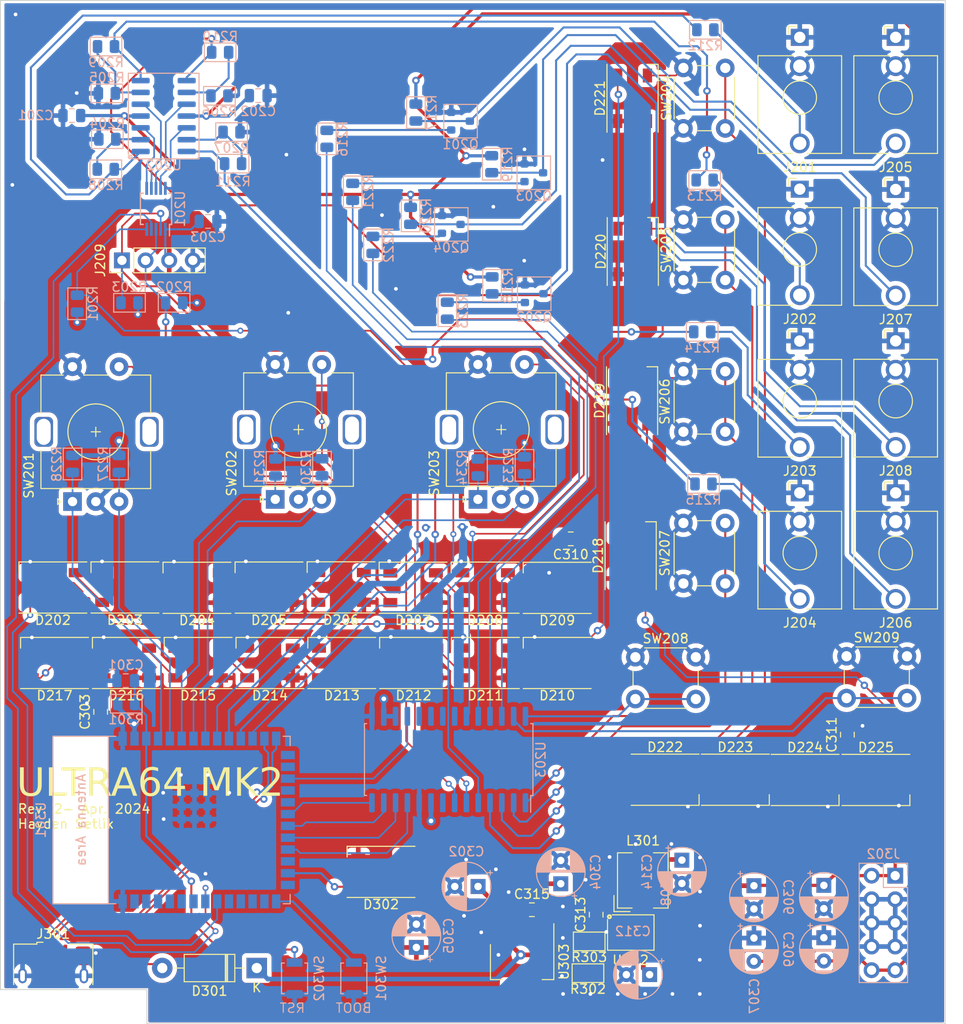
<source format=kicad_pcb>
(kicad_pcb (version 20221018) (generator pcbnew)
  (layers (0 "F.Cu" signal) (1 "In1.Cu" signal) (2 "In2.Cu" signal) (31 "B.Cu" signal) (34 "B.Paste" user) (35 "F.Paste" user) (36 "B.SilkS" user "B.Silkscreen") (37 "F.SilkS" user "F.Silkscreen") (38 "B.Mask" user) (39 "F.Mask" user) (44 "Edge.Cuts" user))
  (net 0 "")
  (net 1 "+3.3V")
  (net 2 "GND")
  (net 4 "+5V")
  (net 5 "+12V")
  (net 6 "-12V")
  (net 7 "Net-(U302-CB)")
  (net 8 "Net-(U302-SW)")
  (net 10 "PIXELS")
  (net 11 "Net-(D202-DOUT)")
  (net 12 "Net-(D203-DOUT)")
  (net 13 "Net-(D204-DOUT)")
  (net 14 "Net-(D205-DOUT)")
  (net 15 "Net-(D206-DOUT)")
  (net 16 "Net-(D207-DOUT)")
  (net 17 "Net-(D208-DOUT)")
  (net 18 "Net-(D209-DOUT)")
  (net 19 "Net-(D210-DIN)")
  (net 20 "Net-(D210-DOUT)")
  (net 21 "Net-(D211-DIN)")
  (net 22 "Net-(D212-DIN)")
  (net 23 "Net-(D213-DIN)")
  (net 24 "Net-(D214-DIN)")
  (net 25 "Net-(D215-DIN)")
  (net 26 "Net-(D216-DIN)")
  (net 27 "Net-(D218-DIN)")
  (net 28 "Net-(D218-DOUT)")
  (net 29 "Net-(D219-DIN)")
  (net 30 "Net-(D220-DIN)")
  (net 31 "Net-(D222-DIN)")
  (net 32 "Net-(D223-DIN)")
  (net 33 "Net-(D224-DIN)")
  (net 35 "V_USB")
  (net 36 "Net-(D302-DOUT)")
  (net 38 "C1_CV")
  (net 39 "C2_CV")
  (net 40 "C3_CV")
  (net 41 "C4_CV")
  (net 42 "C1_GATE")
  (net 43 "C4_GATE")
  (net 44 "C2_GATE")
  (net 45 "C3_GATE")
  (net 47 "USB-")
  (net 48 "USB+")
  (net 50 "Net-(Q201-B)")
  (net 51 "Net-(Q202-B)")
  (net 52 "Net-(Q203-B)")
  (net 53 "Net-(Q204-B)")
  (net 54 "DAC_RDY")
  (net 55 "SCL")
  (net 56 "SDA")
  (net 57 "Net-(U202A--)")
  (net 58 "Net-(U202B--)")
  (net 59 "Net-(U202C--)")
  (net 60 "Net-(U202D--)")
  (net 61 "Net-(R208-Pad2)")
  (net 62 "Net-(R209-Pad2)")
  (net 63 "Net-(R210-Pad2)")
  (net 64 "Net-(R211-Pad2)")
  (net 65 "Net-(U203-GPA2)")
  (net 66 "Net-(U203-GPA3)")
  (net 67 "Net-(U203-GPA4)")
  (net 68 "Net-(U203-GPA5)")
  (net 69 "ENCA_R")
  (net 70 "ENCA_L")
  (net 71 "ENCA_B")
  (net 72 "ENCB_R")
  (net 73 "ENCB_L")
  (net 74 "ENCB_B")
  (net 75 "ENCC_R")
  (net 76 "ENCC_L")
  (net 77 "ENCC_B")
  (net 78 "C1")
  (net 79 "C2")
  (net 80 "C3")
  (net 81 "C4")
  (net 82 "PG_LEFT")
  (net 83 "PG_RIGHT")
  (net 84 "Net-(U302-FB)")
  (net 85 "Net-(SW301-A)")
  (net 86 "LDAC")
  (net 87 "Net-(U201-VOUTA)")
  (net 88 "Net-(U201-VOUTB)")
  (net 89 "Net-(U201-VOUTC)")
  (net 90 "Net-(U201-VOUTD)")
  (net 91 "EXP_CS")
  (net 92 "SCK")
  (net 93 "MOSI")
  (net 94 "MISO")
  (net 95 "EXP_RST")
  (net 111 "EN")
  (footprint "Button_Switch_THT:SW_PUSH_6mm_H5mm" (layer "F.Cu") (at 73.442 62.6736 90)
    (fp_text reference "SW207")
    (fp_text value "SW_SPST")
  )
  (footprint "LED_SMD:LED_SK6812_PLCC4_5.0x5.0mm_P3.2mm" (layer "F.Cu") (at 71.4756 83.7692)
    (fp_text reference "D222")
    (fp_text value "SK6812")
  )
  (footprint "Button_Switch_THT:SW_PUSH_6mm_H5mm" (layer "F.Cu") (at 73.442 30.06 90)
    (fp_text reference "SW205")
    (fp_text value "SW_SPST")
  )
  (footprint "Capacitor_SMD:C_0805_2012Metric" (layer "F.Cu") (at 57.1475 97.744624)
    (fp_text reference "C315")
    (fp_text value "2.2uF")
  )
  (footprint "LED_SMD:LED_SK6812_PLCC4_5.0x5.0mm_P3.2mm" (layer "F.Cu") (at 13.386646 63.100857 180)
    (fp_text reference "D203")
    (fp_text value "SK6812")
  )
  (footprint "PCM_Resistor_SMD_AKL:R_0805_2012Metric" (layer "F.Cu") (at 63.3082 101.147424 180)
    (fp_text reference "R303")
    (fp_text value "89k" hide)
  )
  (footprint "Button_Switch_THT:SW_PUSH_6mm_H5mm" (layer "F.Cu") (at 73.442 13.7532 90)
    (fp_text reference "SW204")
    (fp_text value "SW_SPST")
  )
  (footprint "Connector_PinHeader_2.54mm:PinHeader_1x04_P2.54mm_Vertical" (layer "F.Cu") (at 13.0656 27.94 90)
    (fp_text reference "J209")
    (fp_text value "Display")
  )
  (footprint "Connector_Audio:Jack_3.5mm_QingPu_WQP-PJ398SM_Vertical_CircularHoles" (layer "F.Cu") (at 96.266 36.5936)
    (fp_text reference "J208")
    (fp_text value "GATE3")
  )
  (footprint "Connector_Audio:Jack_3.5mm_QingPu_WQP-PJ398SM_Vertical_CircularHoles" (layer "F.Cu") (at 96.266 52.9324)
    (fp_text reference "J206")
    (fp_text value "GATE4")
  )
  (footprint "LED_SMD:LED_SK6812_PLCC4_5.0x5.0mm_P3.2mm" (layer "F.Cu") (at 79.0254 83.7704)
    (fp_text reference "D223")
    (fp_text value "SK6812")
  )
  (footprint "Inductor_SMD:L_Bourns_SRP5030T" (layer "F.Cu") (at 69.0725 94.594624 90)
    (fp_text reference "L301")
    (fp_text value "4.7uH")
  )
  (footprint "LED_SMD:LED_SK6812_PLCC4_5.0x5.0mm_P3.2mm" (layer "F.Cu") (at 67.7672 59.69 90)
    (fp_text reference "D218")
    (fp_text value "SK6812")
  )
  (footprint "LED_SMD:LED_SK6812_PLCC4_5.0x5.0mm_P3.2mm" (layer "F.Cu") (at 67.996 26.9864 90)
    (fp_text reference "D220")
    (fp_text value "SK6812")
  )
  (footprint "Connector_Audio:Jack_3.5mm_QingPu_WQP-PJ398SM_Vertical_CircularHoles" (layer "F.Cu") (at 85.9536 36.608666)
    (fp_text reference "J203")
    (fp_text value "CV3")
  )
  (footprint "Alps_Rotary_Encoder:RotaryEncoder_Alps_EC11E-Switch_Vertical_H20mm_5Pin" (layer "F.Cu") (at 7.7524 53.87 90)
    (fp_text reference "SW201")
    (fp_text value "RotaryEncoder_Switch")
  )
  (footprint "Connector_Audio:Jack_3.5mm_QingPu_WQP-PJ398SM_Vertical_CircularHoles" (layer "F.Cu") (at 96.266 3.9612)
    (fp_text reference "J205")
    (fp_text value "GATE1")
  )
  (footprint "Button_Switch_THT:SW_PUSH_6mm_H5mm" (layer "F.Cu") (at 68.2764 70.5972)
    (fp_text reference "SW208")
    (fp_text value "SW_SPST")
  )
  (footprint "LED_SMD:LED_SK6812_PLCC4_5.0x5.0mm_P3.2mm" (layer "F.Cu") (at 67.9196 43.0276 90)
    (fp_text reference "D219")
    (fp_text value "SK6812")
  )
  (footprint "LED_SMD:LED_SK6812_PLCC4_5.0x5.0mm_P3.2mm" (layer "F.Cu") (at 86.524 83.7948)
    (fp_text reference "D224")
    (fp_text value "SK6812")
  )
  (footprint "LED_SMD:LED_SK6812_PLCC4_5.0x5.0mm_P3.2mm" (layer "F.Cu") (at 36.6268 63.0936 180)
    (fp_text reference "D206")
    (fp_text value "SK6812")
  )
  (footprint "PCM_Resistor_SMD_AKL:R_0805_2012Metric" (layer "F.Cu") (at 63.1766 104.566824 180)
    (fp_text reference "R302")
    (fp_text value "22k" hide)
  )
  (footprint "LED_SMD:LED_SK6812_PLCC4_5.0x5.0mm_P3.2mm" (layer "F.Cu") (at 28.980556 71.2216 180)
    (fp_text reference "D214")
    (fp_text value "SK6812")
  )
  (footprint "LED_SMD:LED_SK6812_PLCC4_5.0x5.0mm_P3.2mm" (layer "F.Cu") (at 36.702156 71.2216 180)
    (fp_text reference "D213")
    (fp_text value "SK6812")
  )
  (footprint "LED_SMD:LED_SK6812_PLCC4_5.0x5.0mm_P3.2mm" (layer "F.Cu") (at 13.537356 71.2216 180)
    (fp_text reference "D216")
    (fp_text value "SK6812")
  )
  (footprint "Connector_USB:USB_Micro-B_Amphenol_10118193-0001LF_Horizontal" (layer "F.Cu") (at 5.675 104.85)
    (fp_text reference "J301")
    (fp_text value "USB_B_Micro")
  )
  (footprint "Diode_THT:D_DO-41_SOD81_P10.16mm_Horizontal" (layer "F.Cu") (at 27.559 104.013 180)
    (fp_text reference "D301")
    (fp_text value "1N4002")
  )
  (footprint "LED_SMD:LED_SK6812_PLCC4_5.0x5.0mm_P3.2mm" (layer "F.Cu") (at 28.880082 63.115371 180)
    (fp_text reference "D205")
    (fp_text value "SK6812")
  )
  (footprint "Package_TO_SOT_SMD:SOT-223-3_TabPin2" (layer "F.Cu") (at 56.0975 103.344624 -90)
    (fp_text reference "U303")
    (fp_text value "AMS1117")
  )
  (footprint "Connector_Audio:Jack_3.5mm_QingPu_WQP-PJ398SM_Vertical_CircularHoles" (layer "F.Cu") (at 96.266 20.3188)
    (fp_text reference "J207")
    (fp_text value "GATE2")
  )
  (footprint "LED_SMD:LED_SK6812_PLCC4_5.0x5.0mm_P3.2mm" (layer "F.Cu") (at 5.815756 71.2216 180)
    (fp_text reference "D217")
    (fp_text value "SK6812")
  )
  (footprint "LED_SMD:LED_SK6812_PLCC4_5.0x5.0mm_P3.2mm" (layer "F.Cu") (at 21.133364 63.137142 180)
    (fp_text reference "D204")
    (fp_text value "SK6812")
  )
  (footprint "Button_Switch_THT:SW_PUSH_6mm_H5mm" (layer "F.Cu") (at 73.442 46.3668 90)
    (fp_text reference "SW206")
    (fp_text value "SW_SPST")
  )
  (footprint "Connector_Audio:Jack_3.5mm_QingPu_WQP-PJ398SM_Vertical_CircularHoles" (layer "F.Cu") (at 85.9536 3.9612)
    (fp_text reference "J201")
    (fp_text value "CV1")
  )
  (footprint "LED_SMD:LED_SK6812_PLCC4_5.0x5.0mm_P3.2mm" (layer "F.Cu") (at 59.866956 71.2216 180)
    (fp_text reference "D210")
    (fp_text value "SK6812")
  )
  (footprint "Connector_Audio:Jack_3.5mm_QingPu_WQP-PJ398SM_Vertical_CircularHoles" (layer "F.Cu") (at 85.9536 52.9324)
    (fp_text reference "J204")
    (fp_text value "CV4")
  )
  (footprint "LED_SMD:LED_SK6812_PLCC4_5.0x5.0mm_P3.2mm" (layer "F.Cu") (at 59.866956 63.144399 180)
    (fp_text reference "D209")
    (fp_text value "SK6812")
  )
  (footprint "LED_SMD:LED_SK6812_PLCC4_5.0x5.0mm_P3.2mm" (layer "F.Cu") (at 52.120236 63.122628 180)
    (fp_text reference "D208")
    (fp_text value "SK6812")
  )
  (footprint "PCM_Package_TO_SOT_SMD_AKL:SOT-23-6_BigPads" (layer "F.Cu") (at 67.78 100.194624)
    (fp_text reference "U302")
    (fp_text value "LMR50410-Q" hide)
  )
  (footprint "LED_SMD:LED_SK6812_PLCC4_5.0x5.0mm_P3.2mm" (layer "F.Cu") (at 40.925 93.675 180)
    (fp_text reference "D302")
    (fp_text value "WS2812B")
  )
  (footprint "LED_SMD:LED_SK6812_PLCC4_5.0x5.0mm_P3.2mm" (layer "F.Cu") (at 5.639928 63.108114 180)
    (fp_text reference "D202")
    (fp_text value "SK6812")
  )
  (footprint "Button_Switch_THT:SW_PUSH_6mm_H5mm" (layer "F.Cu") (at 90.984 70.4956)
    (fp_text reference "SW209")
    (fp_text value "SW_SPST")
  )
  (footprint "Alps_Rotary_Encoder:RotaryEncoder_Alps_EC11E-Switch_Vertical_H20mm_5Pin" (layer "F.Cu") (at 51.348 53.6304 90)
    (fp_text reference "SW203")
    (fp_text value "RotaryEncoder_Switch")
  )
  (footprint "LED_SMD:LED_SK6812_PLCC4_5.0x5.0mm_P3.2mm" (layer "F.Cu") (at 94.144 83.7948)
    (fp_text reference "D225")
    (fp_text value "SK6812")
  )
  (footprint "Capacitor_SMD:C_0805_2012Metric" (layer "F.Cu") (at 61.325 57.875 180)
    (fp_text reference "C310")
    (fp_text value "2.2nF")
  )
  (footprint "Capacitor_SMD:C_0805_2012Metric" (layer "F.Cu") (at 91.075 78.925 90)
    (fp_text reference "C311")
    (fp_text value "220nF")
  )
  (footprint "LED_SMD:LED_SK6812_PLCC4_5.0x5.0mm_P3.2mm" (layer "F.Cu") (at 44.373518 63.129885 180)
    (fp_text reference "D207")
    (fp_text value "SK6812")
  )
  (footprint "LED_SMD:LED_SK6812_PLCC4_5.0x5.0mm_P3.2mm" (layer "F.Cu") (at 21.258956 71.2216 180)
    (fp_text reference "D215")
    (fp_text value "SK6812")
  )
  (footprint "LED_SMD:LED_SK6812_PLCC4_5.0x5.0mm_P3.2mm" (layer "F.Cu") (at 44.423756 71.2216 180)
    (fp_text reference "D212")
    (fp_text value "SK6812")
  )
  (footprint "Capacitor_SMD:C_0805_2012Metric" (layer "F.Cu") (at 64.0582 98.272424 90)
    (fp_text reference "C313")
    (fp_text value "0.1uF")
  )
  (footprint "Connector_Audio:Jack_3.5mm_QingPu_WQP-PJ398SM_Vertical_CircularHoles" (layer "F.Cu") (at 85.9536 20.284933)
    (fp_text reference "J202")
    (fp_text value "CV2")
  )
  (footprint "LED_SMD:LED_SK6812_PLCC4_5.0x5.0mm_P3.2mm" (layer "F.Cu") (at 52.145356 71.2216 180)
    (fp_text reference "D211")
    (fp_text value "SK6812")
  )
  (footprint "Capacitor_SMD:C_0805_2012Metric" (layer "F.Cu") (at 10.775 76.475 90)
    (fp_text reference "C303")
    (fp_text value "0.1uF")
  )
  (footprint "LED_SMD:LED_SK6812_PLCC4_5.0x5.0mm_P3.2mm" (layer "F.Cu") (at 67.9704 10.5156 90)
    (fp_text reference "D221")
    (fp_text value "SK6812")
  )
  (footprint "Alps_Rotary_Encoder:RotaryEncoder_Alps_EC11E-Switch_Vertical_H20mm_5Pin" (layer "F.Cu") (at 29.5502 53.6304 90)
    (fp_text reference "SW202")
    (fp_text value "RotaryEncoder_Switch")
  )
  (footprint "Button_Switch_SMD:SW_SPST_B3U-1000P" (layer "B.Cu") (at 31.625 105.125 -90)
    (fp_text reference "SW302")
    (fp_text value "SW_SPST")
  )
  (footprint "PCM_Resistor_SMD_AKL:R_0805_2012Metric" (layer "B.Cu") (at 11.325 18.15)
    (fp_text reference "R208")
    (fp_text value "68k" hide)
  )
  (footprint "PCM_Resistor_SMD_AKL:R_0805_2012Metric" (layer "B.Cu") (at 44.1 23.15 90)
    (fp_text reference "R220")
    (fp_text value "10k" hide)
  )
  (footprint "PCM_Resistor_SMD_AKL:R_0805_2012Metric" (layer "B.Cu") (at 18.675 32.5 180)
    (fp_text reference "R202")
    (fp_text value "2k2" hide)
  )
  (footprint "PCM_Resistor_SMD_AKL:R_0805_2012Metric" (layer "B.Cu") (at 23.5444 10.2494)
    (fp_text reference "R206")
    (fp_text value "47k" hide)
  )
  (footprint "PCM_Resistor_SMD_AKL:R_0805_2012Metric" (layer "B.Cu") (at 13.525 75.6)
    (fp_text reference "R301")
    (fp_text value "10k" hide)
  )
  (footprint "PCM_Resistor_SMD_AKL:R_0805_2012Metric" (layer "B.Cu") (at 25.019 17.5408 180)
    (fp_text reference "R211")
    (fp_text value "68k" hide)
  )
  (footprint "PCM_Package_TO_SOT_SMD_AKL:SOT-23" (layer "B.Cu") (at 57.35 18.525)
    (fp_text reference "Q203")
    (fp_text value "BC847" hide)
  )
  (footprint "PCM_Resistor_SMD_AKL:R_0805_2012Metric" (layer "B.Cu") (at 11.4906 14.9142 180)
    (fp_text reference "R204")
    (fp_text value "47k" hide)
  )
  (footprint "PCM_Resistor_SMD_AKL:R_0805_2012Metric" (layer "B.Cu") (at 23.625 5.575 180)
    (fp_text reference "R210")
    (fp_text value "68k" hide)
  )
  (footprint "PCM_Resistor_SMD_AKL:R_0805_2012Metric" (layer "B.Cu") (at 52.869678 30.625 90)
    (fp_text reference "R218")
    (fp_text value "10k" hide)
  )
  (footprint "Capacitor_SMD:C_0805_2012Metric" (layer "B.Cu") (at 13.475 73.125 180)
    (fp_text reference "C301")
    (fp_text value "0.1uF")
  )
  (footprint "Capacitor_THT:CP_Radial_D5.0mm_P2.50mm" (layer "B.Cu") (at 88.5444 100.750488 -90)
    (fp_text reference "C309")
    (fp_text value "22uF")
  )
  (footprint "PCM_Resistor_SMD_AKL:R_0805_2012Metric" (layer "B.Cu") (at 48.05 33.35 90)
    (fp_text reference "R223")
    (fp_text value "1k" hide)
  )
  (footprint "PCM_Resistor_SMD_AKL:R_0805_2012Metric" (layer "B.Cu") (at 34.575 50.175 -90)
    (fp_text reference "R230")
    (fp_text value "10k" hide)
  )
  (footprint "Button_Switch_SMD:SW_SPST_B3U-1000P" (layer "B.Cu") (at 38 105.125 -90)
    (fp_text reference "SW301")
    (fp_text value "SW_SPST")
  )
  (footprint "Capacitor_THT:CP_Radial_D5.0mm_P2.50mm" (layer "B.Cu") (at 60.25 94.95 90)
    (fp_text reference "C304")
    (fp_text value "10uF")
  )
  (footprint "Capacitor_THT:CP_Radial_D5.0mm_P2.50mm" (layer "B.Cu") (at 73.28 92.414512 -90)
    (fp_text reference "C314")
    (fp_text value "10uF")
  )
  (footprint "Capacitor_THT:CP_Radial_D5.0mm_P2.50mm" (layer "B.Cu") (at 44.725 101.8 90)
    (fp_text reference "C305")
    (fp_text value "10uF")
  )
  (footprint "PCM_Resistor_SMD_AKL:R_0805_2012Metric" (layer "B.Cu") (at 52.825 17.6 90)
    (fp_text reference "R219")
    (fp_text value "10k" hide)
  )
  (footprint "PCM_Package_TO_SOT_SMD_AKL:SOT-23" (layer "B.Cu") (at 49.475 12.975)
    (fp_text reference "Q201")
    (fp_text value "BC847" hide)
  )
  (footprint "PCM_Resistor_SMD_AKL:R_0805_2012Metric" (layer "B.Cu") (at 11.35 4.95)
    (fp_text reference "R209")
    (fp_text value "68k" hide)
  )
  (footprint "PCM_Resistor_SMD_AKL:R_0805_2012Metric" (layer "B.Cu") (at 24.85 14.15)
    (fp_text reference "R207")
    (fp_text value "47k" hide)
  )
  (footprint "Capacitor_THT:CP_Radial_D5.0mm_P2.50mm" (layer "B.Cu") (at 88.5444 95.125775 -90)
    (fp_text reference "C306")
    (fp_text value "22uF")
  )
  (footprint "PCM_Resistor_SMD_AKL:R_0805_2012Metric" (layer "B.Cu") (at 12.75 49.825 -90)
    (fp_text reference "R227")
    (fp_text value "10k" hide)
  )
  (footprint "PCM_Resistor_SMD_AKL:R_0805_2012Metric" (layer "B.Cu") (at 13.875 32.5 180)
    (fp_text reference "R203")
    (fp_text value "2k2" hide)
  )
  (footprint "PCM_Resistor_SMD_AKL:R_0805_2012Metric" (layer "B.Cu") (at 44.675 12.05 90)
    (fp_text reference "R217")
    (fp_text value "10k" hide)
  )
  (footprint "Capacitor_THT:CP_Radial_D5.0mm_P2.50mm" (layer "B.Cu") (at 81.026 95.162488 -90)
    (fp_text reference "C308")
    (fp_text value "2.2uF")
  )
  (footprint "PCM_Resistor_SMD_AKL:R_0805_2012Metric" (layer "B.Cu") (at 75.4625 35.625)
    (fp_text reference "R214")
    (fp_text value "220R" hide)
  )
  (footprint "PCM_Resistor_SMD_AKL:R_0805_2012Metric" (layer "B.Cu") (at 75.8 3.15)
    (fp_text reference "R212")
    (fp_text value "220R" hide)
  )
  (footprint "Capacitor_THT:CP_Radial_D5.0mm_P2.50mm" (layer "B.Cu") (at 69.805113 104.725 180)
    (fp_text reference "C312")
    (fp_text value "10uF")
  )
  (footprint "PCM_Resistor_SMD_AKL:R_0805_2012Metric" (layer "B.Cu") (at 8.25 32.6 90)
    (fp_text reference "R201")
    (fp_text value "100k" hide)
  )
  (footprint "Espressif:ESP32-S3-WROOM-1" (layer "B.Cu") (at 21.4 88.1 -90)
    (fp_text reference "U301")
    (fp_text value "ESP32-S3-WROOM-1")
  )
  (footprint "PCM_Resistor_SMD_AKL:R_0805_2012Metric" (layer "B.Cu") (at 29.575 50.2 -90)
    (fp_text reference "R231")
    (fp_text value "10k" hide)
  )
  (footprint "Capacitor_SMD:C_0805_2012Metric" (layer "B.Cu") (at 22.32 23.75)
    (fp_text reference "C203")
    (fp_text value "0.1uF")
  )
  (footprint "PCM_Resistor_SMD_AKL:R_0805_2012Metric" (layer "B.Cu") (at 56.35 49.975 -90)
    (fp_text reference "R233")
    (fp_text value "10k" hide)
  )
  (footprint "PCM_Resistor_SMD_AKL:R_0805_2012Metric" (layer "B.Cu") (at 35.1 14.875 90)
    (fp_text reference "R216")
    (fp_text value "1k" hide)
  )
  (footprint "PCM_Package_TO_SOT_SMD_AKL:SOT-23" (layer "B.Cu") (at 57.394678 31.525)
    (fp_text reference "Q202")
    (fp_text value "BC847" hide)
  )
  (footprint "PCM_Package_TO_SOT_SMD_AKL:SOT-23" (layer "B.Cu") (at 48.475 24.075)
    (fp_text reference "Q204")
    (fp_text value "BC847" hide)
  )
  (footprint "Capacitor_SMD:C_0805_2012Metric" (layer "B.Cu") (at 27.72 10.23)
    (fp_text reference "C202")
    (fp_text value "0.1uF")
  )
  (footprint "Capacitor_THT:CP_Radial_D5.0mm_P2.50mm" (layer "B.Cu") (at 81.026 100.790488 -90)
    (fp_text reference "C307")
    (fp_text value "22uF")
  )
  (footprint "Connector_PinHeader_2.54mm:PinHeader_2x05_P2.54mm_Vertical" (layer "B.Cu") (at 96.2152 94.0816 180)
    (fp_text reference "J302")
    (fp_text value "Conn_02x05_Odd_Even")
  )
  (footprint "Package_SO:SOIC-28W_7.5x17.9mm_P1.27mm" (layer "B.Cu") (at 48.2 81.6 90)
    (fp_text reference "U203")
    (fp_text value "MCP23S17_SO")
  )
  (footprint "Package_SO:MSOP-10_3x3mm_P0.5mm" (layer "B.Cu") (at 16.725 22.4 90)
    (fp_text reference "U201")
    (fp_text value "MCP4728")
  )
  (footprint "PCM_Resistor_SMD_AKL:R_0805_2012Metric" (layer "B.Cu") (at 11.4398 9.9866 180)
    (fp_text reference "R205")
    (fp_text value "47k" hide)
  )
  (footprint "PCM_Resistor_SMD_AKL:R_0805_2012Metric" (layer "B.Cu") (at 40.05 26.275 90)
    (fp_text reference "R222")
    (fp_text value "1k" hide)
  )
  (footprint "PCM_Resistor_SMD_AKL:R_0805_2012Metric" (layer "B.Cu") (at 7.75 49.825 -90)
    (fp_text reference "R228")
    (fp_text value "10k" hide)
  )
  (footprint "PCM_Package_SO_AKL:SOIC-14_3.9x8.7mm_P1.27mm" (layer "B.Cu") (at 17.55 12.425)
    (fp_text reference "U202")
    (fp_text value "TL074" hide)
  )
  (footprint "PCM_Resistor_SMD_AKL:R_0805_2012Metric" (layer "B.Cu") (at 75.725 19.3)
    (fp_text reference "R213")
    (fp_text value "220R" hide)
  )
  (footprint "Capacitor_THT:CP_Radial_D5.0mm_P2.50mm" (layer "B.Cu") (at 51.355 95.244624 180)
    (fp_text reference "C302")
    (fp_text value "10uF")
  )
  (footprint "PCM_Resistor_SMD_AKL:R_0805_2012Metric" (layer "B.Cu") (at 37.875 20.575 90)
    (fp_text reference "R221")
    (fp_text value "1k" hide)
  )
  (footprint "PCM_Resistor_SMD_AKL:R_0805_2012Metric" (layer "B.Cu") (at 51.35 50.2 -90)
    (fp_text reference "R234")
    (fp_text value "10k" hide)
  )
  (footprint "Capacitor_SMD:C_0805_2012Metric" (layer "B.Cu") (at 7.675 12.375 180)
    (fp_text reference "C201")
    (fp_text value "0.1uF")
  )
  (footprint "PCM_Resistor_SMD_AKL:R_0805_2012Metric" (layer "B.Cu") (at 75.6 51.975)
    (fp_text reference "R215")
    (fp_text value "220R" hide)
  )
  (gr_line (start 0.0008 106.325) (end 6.25 106.325) (stroke (width 0.1)) (layer "Edge.Cuts"))
  (gr_line (start 0 0) (end 0 106.325) (stroke (width 0.1)) (layer "Edge.Cuts"))
  (gr_line (start 101.6 0) (end 0 0) (stroke (width 0.1)) (layer "Edge.Cuts"))
  (gr_line (start 101.6 109.982) (end 101.6 0) (stroke (width 0.1)) (layer "Edge.Cuts"))
  (gr_line (start 6.2484 106.3244) (end 15.748 106.3244) (stroke (width 0.1)) (layer "Edge.Cuts"))
  (gr_line (start 15.748 106.3244) (end 15.748 109.982) (stroke (width 0.1)) (layer "Edge.Cuts"))
  (gr_line (start 15.748 109.982) (end 101.6 109.982) (stroke (width 0.1)) (layer "Edge.Cuts"))
  (gr_text "BOOT" (at 39.9878 108.9) (layer "B.SilkS") (effects (font (size 1 1) (thickness 0.125)) (justify left bottom mirror)))
  (gr_text "RST" (at 32.825 108.9) (layer "B.SilkS") (effects (font (size 1 1) (thickness 0.125)) (justify left bottom mirror)))
  (gr_text "Rev. 2- Apr. 2024\nHayden Setlik" (at 1.778 89.1032) (layer "F.SilkS") (effects (font (size 1 1)) (justify left bottom)))
  (gr_text "ULTRA64 MK2" (at 1.7272 86.0044) (layer "F.SilkS") (effects (font (size 3 3)) (justify left bottom)))
  (segment (start 11.1 77.75) (end 10.775 77.425) (width 0.5) (layer "F.Cu") (net 1))
  (segment (start 14.375 77.75) (end 11.1 77.75) (width 0.5) (layer "F.Cu") (net 1))
  (via (at 14.375 77.75) (size 1) (drill 0.5) (layers "F.Cu" "B.Cu") (net 1))
  (via (at 46.3 88.2) (size 1) (drill 0.5) (layers "F.Cu" "B.Cu") (net 1))
  (via (at 56.35 47.55) (size 0.8) (drill 0.4) (layers "F.Cu" "B.Cu") (net 1))
  (via (at 8.25 34.6) (size 0.8) (drill 0.4) (layers "F.Cu" "B.Cu") (net 1))
  (via (at 29.55 47.9) (size 1) (drill 0.5) (layers "F.Cu" "B.Cu") (net 1))
  (via (at 14.775 33.75) (size 0.8) (drill 0.4) (layers "F.Cu" "B.Cu") (net 1))
  (via (at 12.75 47.35) (size 1) (drill 0.5) (layers "F.Cu" "B.Cu") (net 1))
  (via (at 41.225 75.075) (size 1) (drill 0.5) (layers "F.Cu" "B.Cu") (net 1))
  (via (at 21.125 32.5) (size 0.8) (drill 0.4) (layers "F.Cu" "B.Cu") (net 1))
  (segment (start 34.55 49.2875) (end 34.575 49.2625) (width 0.5) (layer "B.Cu") (net 1))
  (segment (start 14.41 77.785) (end 14.375 77.75) (width 0.5) (layer "B.Cu") (net 1))
  (segment (start 46.295 86.25) (end 46.295 88.195) (width 0.5) (layer "B.Cu") (net 1))
  (segment (start 14.41 79.35) (end 14.41 77.785) (width 0.5) (layer "B.Cu") (net 1))
  (segment (start 29.575 47.925) (end 29.55 47.9) (width 0.5) (layer "B.Cu") (net 1))
  (segment (start 17.725 24.6) (end 17.725 27.5194) (width 0.22) (layer "B.Cu") (net 1))
  (segment (start 41.215 75.085) (end 41.225 75.075) (width 0.5) (layer "B.Cu") (net 1))
  (segment (start 19.5875 32.5) (end 21.125 32.5) (width 0.22) (layer "B.Cu") (net 1))
  (segment (start 14.7875 32.5) (end 14.7875 33.7375) (width 0.22) (layer "B.Cu") (net 1))
  (segment (start 56.125 49.2875) (end 56.35 49.0625) (width 0.22) (layer "B.Cu") (net 1))
  (segment (start 41.215 76.95) (end 42.485 76.95) (width 0.5) (layer "B.Cu") (net 1))
  (segment (start 29.575 49.2875) (end 29.575 47.925) (width 0.5) (layer "B.Cu") (net 1))
  (segment (start 17.725 27.5194) (end 18.1456 27.94) (width 0.22) (layer "B.Cu") (net 1))
  (segment (start 17.725 24.6) (end 20.52 24.6) (width 0.22) (layer "B.Cu") (net 1))
  (segment (start 46.295 88.195) (end 46.3 88.2) (width 0.5) (layer "B.Cu") (net 1))
  (segment (start 51.35 49.2875) (end 56.125 49.2875) (width 0.22) (layer "B.Cu") (net 1))
  (segment (start 12.75 48.9125) (end 12.75 47.35) (width 0.5) (layer "B.Cu") (net 1))
  (segment (start 41.215 76.95) (end 41.215 75.085) (width 0.5) (layer "B.Cu") (net 1))
  (segment (start 8.25 33.5125) (end 8.25 34.6) (width 0.22) (layer "B.Cu") (net 1))
  (segment (start 29.575 49.2875) (end 34.55 49.2875) (width 0.5) (layer "B.Cu") (net 1))
  (segment (start 56.35 49.0625) (end 56.35 47.55) (width 0.22) (layer "B.Cu") (net 1))
  (segment (start 12.6125 75.9875) (end 14.375 77.75) (width 0.5) (layer "B.Cu") (net 1))
  (segment (start 20.52 24.6) (end 21.37 23.75) (width 0.22) (layer "B.Cu") (net 1))
  (segment (start 7.75 48.9125) (end 12.75 48.9125) (width 0.5) (layer "B.Cu") (net 1))
  (segment (start 12.6125 75.6) (end 12.6125 75.9875) (width 0.5) (layer "B.Cu") (net 1))
  (segment (start 14.7875 33.7375) (end 14.775 33.75) (width 0.22) (layer "B.Cu") (net 1))
  (segment (start 81.4754 86.5996) (end 81.475 86.6) (width 0.22) (layer "F.Cu") (net 2))
  (segment (start 62.2641 104.566824) (end 60.683176 104.566824) (width 0.22) (layer "F.Cu") (net 2))
  (segment (start 26.5466 69.618678) (end 26.5466 68.459722) (width 0.22) (layer "F.Cu") (net 2))
  (segment (start 72.4656 24.5364) (end 73.442 23.56) (width 0.1778) (layer "F.Cu") (net 2))
  (segment (start 8.875 102.4) (end 7.2 102.4) (width 0.22) (layer "F.Cu") (net 2))
  (segment (start 6.875 104.85) (end 8.975 104.85) (width 0.22) (layer "F.Cu") (net 2))
  (segment (start 41.7966 61.443678) (end 41.7966 60.284722) (width 0.22) (layer "F.Cu") (net 2))
  (segment (start 11.087356 68.462644) (end 11.1 68.45) (width 0.22) (layer "F.Cu") (net 2))
  (segment (start 91.075 77.975) (end 92.7 77.975) (width 0.22) (layer "F.Cu") (net 2))
  (segment (start 88.974 86.649) (end 88.975 86.65) (width 0.22) (layer "F.Cu") (net 2))
  (segment (start 41.9716 69.593678) (end 41.9716 68.434722) (width 0.22) (layer "F.Cu") (net 2))
  (segment (start 58.0975 99.894624) (end 58.3975 100.194624) (width 0.508) (layer "F.Cu") (net 2))
  (segment (start 43.375 97.95) (end 44.725 99.3) (width 0.22) (layer "F.Cu") (net 2))
  (segment (start 73.9256 85.3692) (end 73.9256 86.6494) (width 0.22) (layer "F.Cu") (net 2))
  (segment (start 72.7312 40.5776) (end 73.442 39.8668) (width 0.1778) (layer "F.Cu") (net 2))
  (segment (start 66.43 100.194624) (end 65.219624 100.194624) (width 0.35) (layer "F.Cu") (net 2))
  (segment (start 11.087356 69.6216) (end 11.087356 68.462644) (width 0.22) (layer "F.Cu") (net 2))
  (segment (start 49.534244 61.440756) (end 49.534244 60.3034) (width 0.22) (layer "F.Cu") (net 2))
  (segment (start 69.5196 40.5776) (end 72.7312 40.5776) (width 0.1778) (layer "F.Cu") (net 2))
  (segment (start 72.3756 57.24) (end 73.442 56.1736) (width 0.1778) (layer "F.Cu") (net 2))
  (segment (start 18.825 69.618678) (end 18.825 68.481322) (width 0.22) (layer "F.Cu") (net 2))
  (segment (start 7.2 102.4) (end 6.975 102.175) (width 0.22) (layer "F.Cu") (net 2))
  (segment (start 8.875 102.4) (end 10.25 102.4) (width 0.22) (layer "F.Cu") (net 2))
  (segment (start 60.130376 97.744624) (end 60.475 97.4) (width 0.508) (layer "F.Cu") (net 2))
  (segment (start 9.325 75.525) (end 9.3 75.55) (width 0.22) (layer "F.Cu") (net 2))
  (segment (start 34.25 69.593678) (end 34.25 68.456322) (width 0.22) (layer "F.Cu") (net 2))
  (segment (start 88.974 85.3948) (end 88.974 86.649) (width 0.22) (layer "F.Cu") (net 2))
  (segment (start 43.375 95.275) (end 43.375 97.95) (width 0.22) (layer "F.Cu") (net 2))
  (segment (start 2.475 102.4) (end 2.375 102.5) (width 0.22) (layer "F.Cu") (net 2))
  (segment (start 69.3672 57.24) (end 72.3756 57.24) (width 0.1778) (layer "F.Cu") (net 2))
  (segment (start 3.365756 69.6216) (end 3.365756 68.484244) (width 0.22) (layer "F.Cu") (net 2))
  (segment (start 34.075 61.443678) (end 34.075 60.306322) (width 0.22) (layer "F.Cu") (net 2))
  (segment (start 96.594 86.544) (end 96.6 86.55) (width 0.22) (layer "F.Cu") (net 2))
  (segment (start 26.3716 61.468678) (end 26.3716 60.309722) (width 0.22) (layer "F.Cu") (net 2))
  (segment (start 4.475 104.85) (end 2.375 104.85) (width 0.22) (layer "F.Cu") (net 2))
  (segment (start 72.6296 8.0656) (end 73.442 7.2532) (width 0.1778) (layer "F.Cu") (net 2))
  (segment (start 57.416956 61.544399) (end 58.980601 61.544399) (width 0.1778) (layer "F.Cu") (net 2))
  (segment (start 69.596 24.5364) (end 72.4656 24.5364) (width 0.1778) (layer "F.Cu") (net 2))
  (segment (start 69.5704 8.0656) (end 72.6296 8.0656) (width 0.1778) (layer "F.Cu") (net 2))
  (segment (start 96.594 85.3948) (end 96.594 86.544) (width 0.22) (layer "F.Cu") (net 2))
  (segment (start 2.375 102.5) (end 2.375 104.85) (width 0.22) (layer "F.Cu") (net 2))
  (segment (start 49.709244 69.590756) (end 49.709244 68.4534) (width 0.22) (layer "F.Cu") (net 2))
  (segment (start 10.775 75.525) (end 9.325 75.525) (width 0.22) (layer "F.Cu") (net 2))
  (segment (start 3.365756 68.484244) (end 3.375 68.475) (width 0.22) (layer "F.Cu") (net 2))
  (segment (start 65.219624 100.194624) (end 65.15 100.125) (width 0.35) (layer "F.Cu") (net 2))
  (segment (start 60.375 60.15) (end 59 61.525) (width 0.22) (layer "F.Cu") (net 2))
  (segment (start 18.65 61.468678) (end 18.65 60.331322) (width 0.22) (layer "F.Cu") (net 2))
  (segment (start 58.0975 97.744624) (end 60.130376 97.744624) (width 0.508) (layer "F.Cu") (net 2))
  (segment (start 60.375 57.875) (end 60.375 60.15) (width 0.22) (layer "F.Cu") (net 2))
  (segment (start 81.4754 85.3704) (end 81.4754 86.5996) (width 0.22) (layer "F.Cu") (net 2))
  (segment (start 60.683176 104.566824) (end 60.375 104.875) (width 0.22) (layer "F.Cu") (net 2))
  (segment (start 58.980601 61.544399) (end 59 61.525) (width 0.1778) (layer "F.Cu") (net 2))
  (segment (start 3.190756 61.4716) (end 3.190756 60.334244) (width 0.22) (layer "F.Cu") (net 2))
  (segment (start 10.912356 61.4716) (end 10.912356 60.312644) (width 0.22) (layer "F.Cu") (net 2))
  (segment (start 57.430844 69.590756) (end 57.430844 68.4318) (width 0.22) (layer "F.Cu") (net 2))
  (segment (start 58.0975 97.744624) (end 58.0975 99.894624) (width 0.508) (layer "F.Cu") (net 2))
  (segment (start 73.9256 86.6494) (end 73.925 86.65) (width 0.22) (layer "F.Cu") (net 2))
  (via (at 63.44 106.8) (size 0.8) (drill 0.4) (layers "F.Cu" "B.Cu") (net 2))
  (via (at 9.3 75.55) (size 0.8) (drill 0.4) (layers "F.Cu" "B.Cu") (net 2))
  (via (at 49.718488 68.444156) (size 0.8) (drill 0.4) (layers "F.Cu" "B.Cu") (net 2))
  (via (at 73.925 86.65) (size 0.8) (drill 0.4) (layers "F.Cu" "B.Cu") (net 2))
  (via (at 49.543488 60.294156) (size 0.8) (drill 0.4) (layers "F.Cu" "B.Cu") (net 2))
  (via (at 96.6 86.55) (size 0.8) (drill 0.4) (layers "F.Cu" "B.Cu") (net 2))
  (via (at 56.325 27.975) (size 0.8) (drill 0.4) (layers "F.Cu" "B.Cu") (net 2))
  (via (at 75.2 103.13125) (size 0.8) (drill 0.4) (layers "F.Cu" "B.Cu") (net 2))
  (via (at 57.443488 68.419156) (size 0.8) (drill 0.4) (layers "F.Cu" "B.Cu") (net 2))
  (via (at 53 22.175) (size 0.8) (drill 0.4) (layers "F.Cu" "B.Cu") (net 2))
  (via (at 11.1 68.45) (size 0.8) (drill 0.4) (layers "F.Cu" "B.Cu") (net 2))
  (via (at 30.75 16.575) (size 0.8) (drill 0.4) (layers "F.Cu" "B.Cu") (net 2))
  (via (at 24.6 85.175) (size 0.8) (drill 0.4) (layers "F.Cu" "B.Cu") (net 2))
  (via (at 3.375 68.475) (size 0.8) (drill 0.4) (layers "F.Cu" "B.Cu") (net 2))
  (via (at 75.2 106.8) (size 0.8) (drill 0.4) (layers "F.Cu" "B.Cu") (net 2))
  (via (at 60.375 104.875) (size 0.8) (drill 0.4) (layers "F.Cu" "B.Cu") (net 2))
  (via (at 81.475 86.6) (size 0.8) (drill 0.4) (layers "F.Cu" "B.Cu") (net 2))
  (via (at 17.55 88) (size 0.8) (drill 0.4) (layers "F.Cu" "B.Cu") (net 2))
  (via (at 59 61.525) (size 0.8) (drill 0.4) (layers "F.Cu" "B.Cu") (net 2))
  (via (at 22.3 83.25) (size 0.8) (drill 0.4) (layers "F.Cu" "B.Cu") (net 2))
  (via (at 8.2 9.95) (size 0.8) (drill 0.4) (layers "F.Cu" "B.Cu") (net 2))
  (via (at 1.625 1.5) (size 0.8) (drill 0.4) (layers "F.Cu" "B.Cu") (net 2))
  (via (at 69.32 106.8) (size 0.8) (drill 0.4) (layers "F.Cu" "B.Cu") (net 2))
  (via (at 22.05 93.875) (size 0.8) (drill 0.4) (layers "F.Cu" "B.Cu") (net 2))
  (via (at 45.725 56.675) (size 0.8) (drill 0.4) (layers "F.Cu" "B.Cu") (net 2))
  (via (at 50.075 92.35) (size 0.8) (drill 0.4) (layers "F.Cu" "B.Cu") (net 2))
  (via (at 18.834244 68.472078) (size 0.8) (drill 0.4) (layers "F.Cu" "B.Cu") (net 2))
  (via (at 51.7 100.175) (size 0.8) (drill 0.4) (layers "F.Cu" "B.Cu") (net 2))
  (via (at 60.5 106.8) (size 0.8) (drill 0.4) (layers "F.Cu" "B.Cu") (net 2))
  (via (at 75.225 95.79375) (size 0.8) (drill 0.4) (layers "F.Cu" "B.Cu") (net 2))
  (via (at 41.984244 68.422078) (size 0.8) (drill 0.4) (layers "F.Cu" "B.Cu") (net 2))
  (via (at 65.5 92.075) (size 0.8) (drill 0.4) (layers "F.Cu" "B.Cu") (net 2))
  (via (at 19.4 83.25) (size 0.8) (drill 0.4) (layers "F.Cu" "B.Cu") (net 2))
  (via (at 56.35 16) (size 0.8) (drill 0.4) (layers "F.Cu" "B.Cu") (net 2))
  (via (at 3.2 60.325) (size 0.8) (drill 0.4) (layers "F.Cu" "B.Cu") (net 2))
  (via (at 49.65 56.575) (size 0.8) (drill 0.4) (layers "F.Cu" "B.Cu") (net 2))
  (via (at 26.384244 60.297078) (size 0.8) (drill 0.4) (layers "F.Cu" "B.Cu") (net 2))
  (via (at 92.7 77.975) (size 0.8) (drill 0.4) (layers "F.Cu" "B.Cu") (net 2))
  (via (at 18.659244 60.322078) (size 0.8) (drill 0.4) (layers "F.Cu" "B.Cu") (net 2))
  (via (at 30.95 33.575) (size 0.8) (drill 0.4) (layers "F.Cu" "B.Cu") (net 2))
  (via (at 66.38 106.8) (size 0.8) (drill 0.4) (layers "F.Cu" "B.Cu") (net 2))
  (via (at 65.15 100.125) (size 0.8) (drill 0.4) (layers "F.Cu" "B.Cu") (net 2))
  (via (at 64.75 17.15) (size 0.8) (drill 0.4) (layers "F.Cu" "B.Cu") (net 2))
  (via (at 41.809244 60.272078) (size 0.8) (drill 0.4) (layers "F.Cu" "B.Cu") (net 2))
  (via (at 75.225 92.125) (size 0.8) (drill 0.4) (layers "F.Cu" "B.Cu") (net 2))
  (via (at 60.475 97.4) (size 0.8) (drill 0.4) (layers "F.Cu" "B.Cu") (net 2))
  (via (at 60.475 100.775) (size 0.8) (drill 0.4) (layers "F.Cu" "B.Cu") (net 2))
  (via (at 10.25 102.4) (size 0.8) (drill 0.4) (layers "F.Cu" "B.Cu") (net 2))
  (via (at 41.025 23.075) (size 0.8) (drill 0.4) (layers "F.Cu" "B.Cu") (net 2))
  (via (at 72.26 106.8) (size 0.8) (drill 0.4) (layers "F.Cu" "B.Cu") (net 2))
  (via (at 88.975 86.65) (size 0.8) (drill 0.4) (layers "F.Cu" "B.Cu") (net 2))
  (via (at 72.15 90.675) (size 0.8) (drill 0.4) (layers "F.Cu" "B.Cu") (net 2))
  (via (at 53.55 102.6) (size 0.8) (drill 0.4) (layers "F.Cu" "B.Cu") (net 2))
  (via (at 54.65 95.85) (size 0.8) (drill 0.4) (layers "F.Cu" "B.Cu") (net 2))
  (via (at 49.85 98.4) (size 0.8) (drill 0.4) (layers "F.Cu" "B.Cu") (net 2))
  (via (at 42.525 31) (size 0.8) (drill 0.4) (layers "F.Cu" "B.Cu") (net 2))
  (via (at 34.259244 68.447078) (size 0.8) (drill 0.4) (layers "F.Cu" "B.Cu") (net 2))
  (via (at 1.275 19.825) (size 0.8) (drill 0.4) (layers "F.Cu" "B.Cu") (net 2))
  (via (at 53.275 93.4) (size 0.8) (drill 0.4) (layers "F.Cu" "B.Cu") (net 2))
  (via (at 10.925 60.3) (size 0.8) (drill 0.4) (layers "F.Cu" "B.Cu") (net 2))
  (via (at 68.3 90.7) (size 0.8) (drill 0.4) (layers "F.Cu" "B.Cu") (net 2))
  (via (at 62.925 94.525) (size 0.8) (drill 0.4) (layers "F.Cu" "B.Cu") (net 2))
  (via (at 17.5 85.175) (size 0.8) (drill 0.4) (layers "F.Cu" "B.Cu") (net 2))
  (via (at 34.084244 60.297078) (size 0.8) (drill 0.4) (layers "F.Cu" "B.Cu") (net 2))
  (via (at 26.559244 68.447078) (size 0.8) (drill 0.4) (layers "F.Cu" "B.Cu") (net 2))
  (via (at 75.225 99.4625) (size 0.8) (drill 0.4) (layers "F.Cu" "B.Cu") (net 2))
  (segment (start 17.725 20.2) (end 18.275 20.2) (width 0.1778) (layer "B.Cu") (net 2))
  (segment (start 62.2197 101.147424) (end 60.7725 102.594624) (width 0.5) (layer "F.Cu") (net 4))
  (segment (start 69.0225 92.394624) (end 69.0725 92.344624) (width 0.5) (layer "F.Cu") (net 4))
  (segment (start 53.7975 100.444624) (end 53.7975 100.194624) (width 0.5) (layer "F.Cu") (net 4))
  (segment (start 62.3957 101.147424) (end 62.2197 101.147424) (width 0.5) (layer "F.Cu") (net 4))
  (segment (start 53.7975 100.194624) (end 53.7975 97.687124) (width 0.5) (layer "F.Cu") (net 4))
  (segment (start 53.7975 97.687124) (end 51.355 95.244624) (width 0.5) (layer "F.Cu") (net 4))
  (segment (start 60.7725 102.594624) (end 55.9475 102.594624) (width 0.5) (layer "F.Cu") (net 4))
  (segment (start 73.210112 92.344624) (end 73.28 92.414512) (width 0.5) (layer "F.Cu") (net 4))
  (segment (start 66.6225 92.394624) (end 69.0225 92.394624) (width 0.5) (layer "F.Cu") (net 4))
  (segment (start 55.9475 102.594624) (end 53.7975 100.444624) (width 0.5) (layer "F.Cu") (net 4))
  (segment (start 62.3957 101.147424) (end 62.3957 96.621424) (width 0.5) (layer "F.Cu") (net 4))
  (segment (start 62.3957 96.621424) (end 66.6225 92.394624) (width 0.5) (layer "F.Cu") (net 4))
  (segment (start 69.0725 92.344624) (end 73.210112 92.344624) (width 0.5) (layer "F.Cu") (net 4))
  (via (at 55.9475 102.594624) (size 1) (drill 0.5) (layers "F.Cu" "B.Cu") (net 4))
  (segment (start 28.746 105.2) (end 53.342124 105.2) (width 0.5) (layer "B.Cu") (net 4))
  (segment (start 53.342124 105.2) (end 55.9475 102.594624) (width 0.5) (layer "B.Cu") (net 4))
  (segment (start 27.559 104.013) (end 28.746 105.2) (width 0.5) (layer "B.Cu") (net 4))
  (segment (start 45.925 20.85) (end 44.1 20.85) (width 0.35) (layer "F.Cu") (net 5))
  (segment (start 78.025 1.45) (end 71.2 1.45) (width 0.35) (layer "F.Cu") (net 5))
  (segment (start 81.062713 95.125775) (end 81.026 95.162488) (width 0.35) (layer "F.Cu") (net 5))
  (segment (start 96.2152 89.7848) (end 99.1 86.9) (width 0.35) (layer "F.Cu") (net 5))
  (segment (start 44.1 23.275) (end 50.55 29.725) (width 0.35) (layer "F.Cu") (net 5))
  (segment (start 78.05 1.475) (end 78.025 1.45) (width 0.35) (layer "F.Cu") (net 5))
  (segment (start 76.9 97.275) (end 79.012512 95.162488) (width 0.508) (layer "F.Cu") (net 5))
  (segment (start 96.2152 94.0816) (end 96.2152 89.7848) (width 0.35) (layer "F.Cu") (net 5))
  (segment (start 50.075 16.7) (end 45.925 20.85) (width 0.35) (layer "F.Cu") (net 5))
  (segment (start 21.775 20.85) (end 44.1 20.85) (width 0.35) (layer "F.Cu") (net 5))
  (segment (start 88.5444 95.125775) (end 81.062713 95.125775) (width 0.35) (layer "F.Cu") (net 5))
  (segment (start 99.85 4.9152) (end 97.2348 2.3) (width 0.35) (layer "F.Cu") (net 5))
  (segment (start 13.325 12.4) (end 21.775 20.85) (width 0.35) (layer "F.Cu") (net 5))
  (segment (start 97.2348 2.3) (end 95.85 2.3) (width 0.35) (layer "F.Cu") (net 5))
  (segment (start 71.2 1.45) (end 51.825 1.45) (width 0.35) (layer "F.Cu") (net 5))
  (segment (start 71.855376 100.194624) (end 74.775 97.275) (width 0.508) (layer "F.Cu") (net 5))
  (segment (start 69.13 101.144624) (end 69.13 104.049887) (width 0.508) (layer "F.Cu") (net 5))
  (segment (start 44.675 8.6) (end 44.675 11.3) (width 0.35) (layer "F.Cu") (net 5))
  (segment (start 99.1 76.725) (end 99.85 75.975) (width 0.35) (layer "F.Cu") (net 5))
  (segment (start 93.6752 94.0816) (end 89.588575 94.0816) (width 0.35) (layer "F.Cu") (net 5))
  (segment (start 99.1 77.075) (end 99.1 76.725) (width 0.35) (layer "F.Cu") (net 5))
  (segment (start 69.13 100.194624) (end 69.13 101.144624) (width 0.508) (layer "F.Cu") (net 5))
  (segment (start 44.675 11.3) (end 50.075 16.7) (width 0.35) (layer "F.Cu") (net 5))
  (segment (start 79.012512 95.162488) (end 81.026 95.162488) (width 0.508) (layer "F.Cu") (net 5))
  (segment (start 96.2152 94.0816) (end 93.6752 94.0816) (width 0.35) (layer "F.Cu") (net 5))
  (segment (start 89.588575 94.0816) (end 88.5444 95.125775) (width 0.35) (layer "F.Cu") (net 5))
  (segment (start 99.85 75.975) (end 99.85 4.9152) (width 0.35) (layer "F.Cu") (net 5))
  (segment (start 69.13 100.194624) (end 71.855376 100.194624) (width 0.508) (layer "F.Cu") (net 5))
  (segment (start 74.775 97.275) (end 76.9 97.275) (width 0.508) (layer "F.Cu") (net 5))
  (segment (start 69.13 104.049887) (end 69.805113 104.725) (width 0.508) (layer "F.Cu") (net 5))
  (segment (start 51.825 1.45) (end 44.675 8.6) (width 0.35) (layer "F.Cu") (net 5))
  (segment (start 99.1 86.9) (end 99.1 77.075) (width 0.35) (layer "F.Cu") (net 5))
  (segment (start 78.875 2.3) (end 78.05 1.475) (width 0.35) (layer "F.Cu") (net 5))
  (segment (start 44.1 20.85) (end 44.1 23.275) (width 0.35) (layer "F.Cu") (net 5))
  (segment (start 95.85 2.3) (end 78.875 2.3) (width 0.35) (layer "F.Cu") (net 5))
  (via (at 50.075 16.7) (size 0.8) (drill 0.4) (layers "F.Cu" "B.Cu") (net 5))
  (via (at 44.675 8.6) (size 0.8) (drill 0.4) (layers "F.Cu" "B.Cu") (net 5))
  (via (at 50.55 29.725) (size 0.8) (drill 0.4) (layers "F.Cu" "B.Cu") (net 5))
  (via (at 44.1 20.85) (size 0.8) (drill 0.4) (layers "F.Cu" "B.Cu") (net 5))
  (via (at 13.325 12.4) (size 0.8) (drill 0.4) (layers "F.Cu" "B.Cu") (net 5))
  (segment (start 50.075 16.7) (end 52.8125 16.7) (width 0.35) (layer "B.Cu") (net 5))
  (segment (start 50.55 29.725) (end 52.857178 29.725) (width 0.35) (layer "B.Cu") (net 5))
  (segment (start 13.35 12.425) (end 13.325 12.4) (width 0.35) (layer "B.Cu") (net 5))
  (segment (start 52.857178 29.725) (end 52.869678 29.7125) (width 0.35) (layer "B.Cu") (net 5))
  (segment (start 13.325 12.4) (end 13.3 12.375) (width 0.35) (layer "B.Cu") (net 5))
  (segment (start 44.675 8.6) (end 44.675 11.1375) (width 0.35) (layer "B.Cu") (net 5))
  (segment (start 15.075 12.425) (end 13.35 12.425) (width 0.35) (layer "B.Cu") (net 5))
  (segment (start 44.1 20.85) (end 44.1 22.2375) (width 0.35) (layer "B.Cu") (net 5))
  (segment (start 52.8125 16.7) (end 52.825 16.6875) (width 0.35) (layer "B.Cu") (net 5))
  (segment (start 13.3 12.375) (end 8.625 12.375) (width 0.35) (layer "B.Cu") (net 5))
  (segment (start 78.9 1.15) (end 78.4 0.65) (width 0.35) (layer "F.Cu") (net 6))
  (segment (start 78.4 0.65) (end 50.975 0.65) (width 0.35) (layer "F.Cu") (net 6))
  (segment (start 88.5044 103.290488) (end 88.5444 103.250488) (width 0.35) (layer "F.Cu") (net 6))
  (segment (start 96.2152 104.2416) (end 100.525 99.9318) (width 0.35) (layer "F.Cu") (net 6))
  (segment (start 101.05 76.575) (end 101.05 23.6) (width 0.35) (layer "F.Cu") (net 6))
  (segment (start 81.026 103.290488) (end 88.5044 103.290488) (width 0.35) (layer "F.Cu") (net 6))
  (segment (start 43.1 8.525) (end 26.025 8.525) (width 0.35) (layer "F.Cu") (net 6))
  (segment (start 101.05 23.6) (end 101.05 4.225) (width 0.35) (layer "F.Cu") (net 6))
  (segment (start 101.05 4.225) (end 97.975 1.15) (width 0.35) (layer "F.Cu") (net 6))
  (segment (start 100.525 77.1) (end 101.05 76.575) (width 0.35) (layer "F.Cu") (net 6))
  (segment (start 97.975 1.15) (end 78.9 1.15) (width 0.35) (layer "F.Cu") (net 6))
  (segment (start 100.525 99.9318) (end 100.525 77.1) (width 0.35) (layer "F.Cu") (net 6))
  (segment (start 50.975 0.65) (end 43.1 8.525) (width 0.35) (layer "F.Cu") (net 6))
  (segment (start 88.5444 103.250488) (end 92.684088 103.250488) (width 0.35) (layer "F.Cu") (net 6))
  (segment (start 92.684088 103.250488) (end 93.6752 104.2416) (width 0.35) (layer "F.Cu") (net 6))
  (segment (start 26.025 8.525) (end 22.125 12.425) (width 0.35) (layer "F.Cu") (net 6))
  (segment (start 93.6752 104.2416) (end 96.2152 104.2416) (width 0.35) (layer "F.Cu") (net 6))
  (via (at 22.125 12.425) (size 0.8) (drill 0.4) (layers "F.Cu" "B.Cu") (net 6))
  (segment (start 24.575 12.425) (end 26.77 10.23) (width 0.35) (layer "B.Cu") (net 6))
  (segment (start 22.125 12.425) (end 24.575 12.425) (width 0.35) (layer "B.Cu") (net 6))
  (segment (start 22.125 12.425) (end 20.025 12.425) (width 0.35) (layer "B.Cu") (net 6))
  (segment (start 64.0804 99.244624) (end 64.0582 99.222424) (width 0.508) (layer "F.Cu") (net 7))
  (segment (start 66.43 99.244624) (end 64.0804 99.244624) (width 0.508) (layer "F.Cu") (net 7))
  (segment (start 69.0725 96.844624) (end 69.0725 99.187124) (width 0.508) (layer "F.Cu") (net 8))
  (segment (start 69.0725 99.187124) (end 69.13 99.244624) (width 0.508) (layer "F.Cu") (net 8))
  (segment (start 64.0582 97.322424) (end 68.5947 97.322424) (width 0.508) (layer "F.Cu") (net 8))
  (segment (start 68.5947 97.322424) (end 69.0725 96.844624) (width 0.508) (layer "F.Cu") (net 8))
  (segment (start 3.2 64.718186) (end 3.189928 64.708114) (width 0.18) (layer "F.Cu") (net 10))
  (segment (start 3.2 66.075) (end 3.2 64.718186) (width 0.18) (layer "F.Cu") (net 10))
  (via (at 3.2 66.075) (size 0.65) (drill 0.35) (layers "F.Cu" "B.Cu") (net 10))
  (segment (start 14.55 101.525) (end 13.575 100.55) (width 0.18) (layer "B.Cu") (net 10))
  (segment (start 23.3 96.85) (end 23.3 98.75) (width 0.18) (layer "B.Cu") (net 10))
  (segment (start 2.9 95.525) (end 2.9 75.825) (width 0.18) (layer "B.Cu") (net 10))
  (segment (start 20.525 101.525) (end 14.55 101.525) (width 0.18) (layer "B.Cu") (net 10))
  (segment (start 7.925 100.55) (end 2.9 95.525) (width 0.18) (layer "B.Cu") (net 10))
  (segment (start 13.575 100.55) (end 7.925 100.55) (width 0.18) (layer "B.Cu") (net 10))
  (segment (start 2.9 75.825) (end 1.325 74.25) (width 0.18) (layer "B.Cu") (net 10))
  (segment (start 1.325 67.95) (end 3.2 66.075) (width 0.18) (layer "B.Cu") (net 10))
  (segment (start 1.325 74.25) (end 1.325 67.95) (width 0.18) (layer "B.Cu") (net 10))
  (segment (start 23.3 98.75) (end 20.525 101.525) (width 0.18) (layer "B.Cu") (net 10))
  (segment (start 8.089928 61.854139) (end 10.936646 64.700857) (width 0.1778) (layer "F.Cu") (net 11))
  (segment (start 8.089928 61.508114) (end 8.089928 61.854139) (width 0.1778) (layer "F.Cu") (net 11))
  (segment (start 15.836646 61.500857) (end 15.836646 61.890424) (width 0.1778) (layer "F.Cu") (net 12))
  (segment (start 15.836646 61.890424) (end 18.683364 64.737142) (width 0.1778) (layer "F.Cu") (net 12))
  (segment (start 23.583364 61.868653) (end 26.430082 64.715371) (width 0.1778) (layer "F.Cu") (net 13))
  (segment (start 23.583364 61.537142) (end 23.583364 61.868653) (width 0.1778) (layer "F.Cu") (net 13))
  (segment (start 31.330082 61.515371) (end 34.1768 64.362089) (width 0.1778) (layer "F.Cu") (net 14))
  (segment (start 34.1768 64.362089) (end 34.1768 64.6936) (width 0.1778) (layer "F.Cu") (net 14))
  (segment (start 39.0768 61.883167) (end 41.923518 64.729885) (width 0.1778) (layer "F.Cu") (net 15))
  (segment (start 39.0768 61.4936) (end 39.0768 61.883167) (width 0.1778) (layer "F.Cu") (net 15))
  (segment (start 49.670236 64.376603) (end 49.670236 64.722628) (width 0.1778) (layer "F.Cu") (net 16))
  (segment (start 46.823518 61.529885) (end 49.670236 64.376603) (width 0.1778) (layer "F.Cu") (net 16))
  (segment (start 54.570236 61.522628) (end 54.570236 61.897679) (width 0.1778) (layer "F.Cu") (net 17))
  (segment (start 54.570236 61.897679) (end 57.416956 64.744399) (width 0.1778) (layer "F.Cu") (net 17))
  (segment (start 59.6 65.475) (end 58.05 67.025) (width 0.1778) (layer "F.Cu") (net 18))
  (segment (start 7.625 67.025) (end 5.675 68.975) (width 0.1778) (layer "F.Cu") (net 18))
  (segment (start 5.675 68.975) (end 5.675 71.45) (width 0.1778) (layer "F.Cu") (net 18))
  (segment (start 62.316956 61.544399) (end 59.6 64.261355) (width 0.1778) (layer "F.Cu") (net 18))
  (segment (start 58.05 67.025) (end 46.25 67.025) (width 0.1778) (layer "F.Cu") (net 18))
  (segment (start 40.475 67.025) (end 7.625 67.025) (width 0.1778) (layer "F.Cu") (net 18))
  (segment (start 5.675 71.45) (end 4.85 72.275) (width 0.1778) (layer "F.Cu") (net 18))
  (segment (start 4.3034 72.8216) (end 4.85 72.275) (width 0.1778) (layer "F.Cu") (net 18))
  (segment (start 59.6 64.261355) (end 59.6 65.475) (width 0.1778) (layer "F.Cu") (net 18))
  (segment (start 3.365756 72.8216) (end 4.3034 72.8216) (width 0.1778) (layer "F.Cu") (net 18))
  (via (at 4.85 72.275) (size 0.8) (drill 0.4) (layers "F.Cu" "B.Cu") (net 18))
  (via (at 46.25 67.025) (size 0.8) (drill 0.4) (layers "F.Cu" "B.Cu") (net 18))
  (via (at 40.475 67.025) (size 0.8) (drill 0.4) (layers "F.Cu" "B.Cu") (net 18))
  (segment (start 46.25 67.025) (end 40.475 67.025) (width 0.1778) (layer "B.Cu") (net 18))
  (segment (start 54.595356 70) (end 57.416956 72.8216) (width 0.1778) (layer "F.Cu") (net 19))
  (segment (start 54.595356 69.6216) (end 54.595356 70) (width 0.1778) (layer "F.Cu") (net 19))
  (segment (start 66.45 10.1) (end 66.3704 10.0204) (width 0.1778) (layer "F.Cu") (net 20))
  (segment (start 66.3704 10.0204) (end 66.3704 8.0656) (width 0.1778) (layer "F.Cu") (net 20))
  (segment (start 62.316956 69.6216) (end 64.2 67.738556) (width 0.1778) (layer "F.Cu") (net 20))
  (via (at 66.45 10.1) (size 0.8) (drill 0.4) (layers "F.Cu" "B.Cu") (net 20))
  (via (at 64.2 67.738556) (size 0.8) (drill 0.4) (layers "F.Cu" "B.Cu") (net 20))
  (segment (start 64.875 67.063556) (end 64.2 67.738556) (width 0.1778) (layer "B.Cu") (net 20))
  (segment (start 66.45 36.7) (end 64.875 38.275) (width 0.1778) (layer "B.Cu") (net 20))
  (segment (start 66.45 10.1) (end 66.45 36.7) (width 0.1778) (layer "B.Cu") (net 20))
  (segment (start 64.875 38.275) (end 64.875 67.063556) (width 0.1778) (layer "B.Cu") (net 20))
  (segment (start 49.695356 72.4432) (end 49.695356 72.8216) (width 0.1778) (layer "F.Cu") (net 21))
  (segment (start 46.873756 69.6216) (end 49.695356 72.4432) (width 0.1778) (layer "F.Cu") (net 21))
  (segment (start 39.152156 70) (end 41.973756 72.8216) (width 0.1778) (layer "F.Cu") (net 22))
  (segment (start 39.152156 69.6216) (end 39.152156 70) (width 0.1778) (layer "F.Cu") (net 22))
  (segment (start 31.430556 69.6216) (end 31.430556 70) (width 0.1778) (layer "F.Cu") (net 23))
  (segment (start 31.430556 70) (end 34.252156 72.8216) (width 0.1778) (layer "F.Cu") (net 23))
  (segment (start 23.708956 69.6216) (end 23.708956 70) (width 0.1778) (layer "F.Cu") (net 24))
  (segment (start 23.708956 70) (end 26.530556 72.8216) (width 0.1778) (layer "F.Cu") (net 24))
  (segment (start 15.987356 70) (end 18.808956 72.8216) (width 0.1778) (layer "F.Cu") (net 25))
  (segment (start 15.987356 69.6216) (end 15.987356 70) (width 0.1778) (layer "F.Cu") (net 25))
  (segment (start 8.265756 70) (end 11.087356 72.8216) (width 0.1778) (layer "F.Cu") (net 26))
  (segment (start 8.265756 69.6216) (end 8.265756 70) (width 0.1778) (layer "F.Cu") (net 26))
  (segment (start 66.1672 57.24) (end 69.5196 53.8876) (width 0.22) (layer "F.Cu") (net 27))
  (segment (start 69.5196 53.8876) (end 69.5196 45.4776) (width 0.22) (layer "F.Cu") (net 27))
  (segment (start 69.3672 62.14) (end 69.3672 66.5578) (width 0.1778) (layer "F.Cu") (net 28))
  (segment (start 96.594 77.319) (end 96.594 82.1948) (width 0.1778) (layer "F.Cu") (net 28))
  (segment (start 69.325 66.6) (end 69.3672 66.6422) (width 0.1778) (layer "F.Cu") (net 28))
  (segment (start 69.3672 66.6422) (end 69.3672 66.6922) (width 0.1778) (layer "F.Cu") (net 28))
  (segment (start 69.3672 66.5578) (end 69.325 66.6) (width 0.1778) (layer "F.Cu") (net 28))
  (segment (start 92.9 73.625) (end 96.594 77.319) (width 0.1778) (layer "F.Cu") (net 28))
  (via (at 69.325 66.6) (size 0.8) (drill 0.4) (layers "F.Cu" "B.Cu") (net 28))
  (via (at 92.9 73.625) (size 0.8) (drill 0.4) (layers "F.Cu" "B.Cu") (net 28))
  (segment (start 71.45 70.4) (end 71.45 68.9) (width 0.1778) (layer "B.Cu") (net 28))
  (segment (start 69.325 66.775) (end 69.325 66.6) (width 0.1778) (layer "B.Cu") (net 28))
  (segment (start 92.9 73.625) (end 92.025 72.75) (width 0.1778) (layer "B.Cu") (net 28))
  (segment (start 73.8 72.75) (end 71.45 70.4) (width 0.1778) (layer "B.Cu") (net 28))
  (segment (start 71.45 68.9) (end 69.325 66.775) (width 0.1778) (layer "B.Cu") (net 28))
  (segment (start 92.025 72.75) (end 73.8 72.75) (width 0.1778) (layer "B.Cu") (net 28))
  (segment (start 66.4974 40.5776) (end 69.625 37.45) (width 0.22) (layer "F.Cu") (net 29))
  (segment (start 71.2096 31.05) (end 71.2096 35.8654) (width 0.22) (layer "F.Cu") (net 29))
  (segment (start 71.2096 35.8654) (end 69.625 37.45) (width 0.22) (layer "F.Cu") (net 29))
  (segment (start 66.3196 40.5776) (end 66.4974 40.5776) (width 0.22) (layer "F.Cu") (net 29))
  (segment (start 69.596 29.4364) (end 71.2096 31.05) (width 0.22) (layer "F.Cu") (net 29))
  (segment (start 66.396 24.5364) (end 69.575 21.3574) (width 0.22) (layer "F.Cu") (net 30))
  (segment (start 69.5704 21.3528) (end 69.5704 12.9656) (width 0.22) (layer "F.Cu") (net 30))
  (segment (start 69.575 21.3574) (end 69.5704 21.3528) (width 0.22) (layer "F.Cu") (net 30))
  (segment (start 73.9256 82.1692) (end 73.9256 82.7206) (width 0.1778) (layer "F.Cu") (net 31))
  (segment (start 73.9256 82.7206) (end 76.5754 85.3704) (width 0.1778) (layer "F.Cu") (net 31))
  (segment (start 81.4754 82.7962) (end 84.074 85.3948) (width 0.1778) (layer "F.Cu") (net 32))
  (segment (start 81.4754 82.1704) (end 81.4754 82.7962) (width 0.1778) (layer "F.Cu") (net 32))
  (segment (start 88.974 82.6748) (end 91.694 85.3948) (width 0.1778) (layer "F.Cu") (net 33))
  (segment (start 88.974 82.1948) (end 88.974 82.6748) (width 0.1778) (layer "F.Cu") (net 33))
  (segment (start 16.976 103.59) (end 17.399 104.013) (width 0.22) (layer "F.Cu") (net 35))
  (segment (start 4.965 103.59) (end 16.976 103.59) (width 0.22) (layer "F.Cu") (net 35))
  (segment (start 4.375 103) (end 4.965 103.59) (width 0.22) (layer "F.Cu") (net 35))
  (segment (start 4.375 102.175) (end 4.375 103) (width 0.22) (layer "F.Cu") (net 35))
  (segment (start 16.986 103.6) (end 17.399 104.013) (width 0.22) (layer "B.Cu") (net 35))
  (segment (start 35.925 95.275) (end 38.475 95.275) (width 0.22) (layer "F.Cu") (net 36))
  (via (at 35.925 95.275) (size 0.8) (drill 0.4) (layers "F.Cu" "B.Cu") (net 36))
  (segment (start 30.9 93.815) (end 34.465 93.815) (width 0.22) (layer "B.Cu") (net 36))
  (segment (start 34.465 93.815) (end 35.925 95.275) (width 0.22) (layer "B.Cu") (net 36))
  (segment (start 85.9536 12.3911) (end 85.9536 15.3612) (width 0.22) (layer "B.Cu") (net 38))
  (segment (start 76.7125 3.15) (end 85.9536 12.3911) (width 0.22) (layer "B.Cu") (net 38))
  (segment (start 85.9536 28.3036) (end 85.9536 31.684933) (width 0.22) (layer "B.Cu") (net 39))
  (segment (start 76.95 19.3) (end 85.9536 28.3036) (width 0.22) (layer "B.Cu") (net 39))
  (segment (start 76.6375 19.3) (end 76.95 19.3) (width 0.22) (layer "B.Cu") (net 39))
  (segment (start 80.35 42.405066) (end 85.9536 48.008666) (width 0.22) (layer "B.Cu") (net 40))
  (segment (start 78.65 35.625) (end 80.35 37.325) (width 0.22) (layer "B.Cu") (net 40))
  (segment (start 76.375 35.625) (end 78.65 35.625) (width 0.22) (layer "B.Cu") (net 40))
  (segment (start 80.35 37.325) (end 80.35 42.405066) (width 0.22) (layer "B.Cu") (net 40))
  (segment (start 82.125 55.25) (end 82.125 60.5038) (width 0.22) (layer "B.Cu") (net 41))
  (segment (start 78.85 51.975) (end 82.125 55.25) (width 0.22) (layer "B.Cu") (net 41))
  (segment (start 82.125 60.5038) (end 85.9536 64.3324) (width 0.22) (layer "B.Cu") (net 41))
  (segment (start 76.5125 51.975) (end 78.85 51.975) (width 0.22) (layer "B.Cu") (net 41))
  (segment (start 93.9522 17.675) (end 85.35 17.675) (width 0.22) (layer "B.Cu") (net 42))
  (segment (start 78.55 10.875) (end 74.55 10.875) (width 0.22) (layer "B.Cu") (net 42))
  (segment (start 96.266 15.3612) (end 93.9522 17.675) (width 0.22) (layer "B.Cu") (net 42))
  (segment (start 50.4625 12.9625) (end 50.475 12.975) (width 0.22) (layer "B.Cu") (net 42))
  (segment (start 50.475 12.975) (end 57.375 6.075) (width 0.22) (layer "B.Cu") (net 42))
  (segment (start 74.55 10.875) (end 66.575 2.9) (width 0.22) (layer "B.Cu") (net 42))
  (segment (start 66.575 2.9) (end 60.55 2.9) (width 0.22) (layer "B.Cu") (net 42))
  (segment (start 85.35 17.675) (end 78.55 10.875) (width 0.22) (layer "B.Cu") (net 42))
  (segment (start 44.675 12.9625) (end 50.4625 12.9625) (width 0.22) (layer "B.Cu") (net 42))
  (segment (start 60.55 2.9) (end 57.375 6.075) (width 0.22) (layer "B.Cu") (net 42))
  (segment (start 89.775 45.15) (end 91.375 46.75) (width 0.22) (layer "B.Cu") (net 43))
  (segment (start 91.375 46.75) (end 91.375 59.4414) (width 0.22) (layer "B.Cu") (net 43))
  (segment (start 61.925 5.8) (end 65.275 5.8) (width 0.22) (layer "B.Cu") (net 43))
  (segment (start 70.55 25.35) (end 73.125 27.925) (width 0.22) (layer "B.Cu") (net 43))
  (segment (start 58.382178 31.5375) (end 58.394678 31.525) (width 0.22) (layer "B.Cu") (net 43))
  (segment (start 85.675 45.15) (end 89.775 45.15) (width 0.22) (layer "B.Cu") (net 43))
  (segment (start 70.55 11.075) (end 70.55 25.35) (width 0.22) (layer "B.Cu") (net 43))
  (segment (start 52.869678 31.5375) (end 58.382178 31.5375) (width 0.22) (layer "B.Cu") (net 43))
  (segment (start 78.475 27.925) (end 81.35 30.8) (width 0.22) (layer "B.Cu") (net 43))
  (segment (start 60.925 28.994678) (end 60.925 6.8) (width 0.22) (layer "B.Cu") (net 43))
  (segment (start 58.394678 31.525) (end 60.925 28.994678) (width 0.22) (layer "B.Cu") (net 43))
  (segment (start 91.375 59.4414) (end 96.266 64.3324) (width 0.22) (layer "B.Cu") (net 43))
  (segment (start 73.125 27.925) (end 78.475 27.925) (width 0.22) (layer "B.Cu") (net 43))
  (segment (start 60.925 6.8) (end 61.925 5.8) (width 0.22) (layer "B.Cu") (net 43))
  (segment (start 81.35 30.8) (end 81.35 40.825) (width 0.22) (layer "B.Cu") (net 43))
  (segment (start 81.35 40.825) (end 85.675 45.15) (width 0.22) (layer "B.Cu") (net 43))
  (segment (start 65.275 5.8) (end 70.55 11.075) (width 0.22) (layer "B.Cu") (net 43))
  (segment (start 78.325 11.75) (end 85.15 18.575) (width 0.22) (layer "B.Cu") (net 44))
  (segment (start 74.175 11.75) (end 78.325 11.75) (width 0.22) (layer "B.Cu") (net 44))
  (segment (start 58.3375 18.5125) (end 58.35 18.525) (width 0.22) (layer "B.Cu") (net 44))
  (segment (start 93.05 21.175) (end 93.05 28.5028) (width 0.22) (layer "B.Cu") (net 44))
  (segment (start 93.05 28.5028) (end 96.266 31.7188) (width 0.22) (layer "B.Cu") (net 44))
  (segment (start 90.45 18.575) (end 93.05 21.175) (width 0.22) (layer "B.Cu") (net 44))
  (segment (start 58.35 6.35) (end 60.975 3.725) (width 0.22) (layer "B.Cu") (net 44))
  (segment (start 60.975 3.725) (end 66.15 3.725) (width 0.22) (layer "B.Cu") (net 44))
  (segment (start 58.35 18.525) (end 58.35 6.35) (width 0.22) (layer "B.Cu") (net 44))
  (segment (start 52.825 18.5125) (end 58.3375 18.5125) (width 0.22) (layer "B.Cu") (net 44))
  (segment (start 85.15 18.575) (end 90.45 18.575) (width 0.22) (layer "B.Cu") (net 44))
  (segment (start 66.15 3.725) (end 74.175 11.75) (width 0.22) (layer "B.Cu") (net 44))
  (segment (start 61.325 4.875) (end 65.6 4.875) (width 0.22) (layer "B.Cu") (net 45))
  (segment (start 73.575 27.075) (end 78.75 27.075) (width 0.22) (layer "B.Cu") (net 45))
  (segment (start 49.4625 24.0625) (end 49.475 24.075) (width 0.22) (layer "B.Cu") (net 45))
  (segment (start 59.75 20.425) (end 59.75 6.45) (width 0.22) (layer "B.Cu") (net 45))
  (segment (start 85.975 43.625) (end 91.8974 43.625) (width 0.22) (layer "B.Cu") (net 45))
  (segment (start 82.15 30.475) (end 82.15 39.8) (width 0.22) (layer "B.Cu") (net 45))
  (segment (start 91.8974 43.625) (end 96.266 47.9936) (width 0.22) (layer "B.Cu") (net 45))
  (segment (start 82.15 39.8) (end 85.975 43.625) (width 0.22) (layer "B.Cu") (net 45))
  (segment (start 71.475 24.975) (end 73.575 27.075) (width 0.22) (layer "B.Cu") (net 45))
  (segment (start 56.1 24.075) (end 59.75 20.425) (width 0.22) (layer "B.Cu") (net 45))
  (segment (start 65.6 4.875) (end 71.475 10.75) (width 0.22) (layer "B.Cu") (net 45))
  (segment (start 49.475 24.075) (end 56.1 24.075) (width 0.22) (layer "B.Cu") (net 45))
  (segment (start 44.1 24.0625) (end 49.4625 24.0625) (width 0.22) (layer "B.Cu") (net 45))
  (segment (start 59.75 6.45) (end 61.325 4.875) (width 0.22) (layer "B.Cu") (net 45))
  (segment (start 71.475 10.75) (end 71.475 24.975) (width 0.22) (layer "B.Cu") (net 45))
  (segment (start 78.75 27.075) (end 82.15 30.475) (width 0.22) (layer "B.Cu") (net 45))
  (segment (start 14.531801 98.575) (end 27.578768 85.528033) (width 0.2) (layer "F.Cu") (net 47))
  (segment (start 5.025 101.162499) (end 5.125 101.062499) (width 0.2) (layer "F.Cu") (net 47))
  (segment (start 5.025 102.175) (end 5.025 101.162499) (width 0.2) (layer "F.Cu") (net 47))
  (segment (start 7.1068 98.575) (end 14.531801 98.575) (width 0.2) (layer "F.Cu") (net 47))
  (segment (start 27.578768 85.528033) (end 27.578768 85.103768) (width 0.2) (layer "F.Cu") (net 47))
  (segment (start 5.125 100.5568) (end 7.1068 98.575) (width 0.2) (layer "F.Cu") (net 47))
  (segment (start 5.125 101.062499) (end 5.125 100.5568) (width 0.2) (layer "F.Cu") (net 47))
  (via (at 27.578768 85.103768) (size 0.8) (drill 0.4) (layers "F.Cu" "B.Cu") (net 47))
  (segment (start 27.578768 85.103768) (end 28.003033 85.103768) (width 0.2) (layer "B.Cu") (net 47))
  (segment (start 28.38 80.475001) (end 28.38 79.35) (width 0.2) (layer "B.Cu") (net 47))
  (segment (start 28.79 80.885001) (end 28.38 80.475001) (width 0.2) (layer "B.Cu") (net 47))
  (segment (start 28.003033 85.103768) (end 28.79 84.316801) (width 0.2) (layer "B.Cu") (net 47))
  (segment (start 28.79 84.316801) (end 28.79 80.885001) (width 0.2) (layer "B.Cu") (net 47))
  (segment (start 5.575 101.062499) (end 5.575 100.7432) (width 0.2) (layer "F.Cu") (net 48))
  (segment (start 14.718199 99.025) (end 27.896967 85.846232) (width 0.2) (layer "F.Cu") (net 48))
  (segment (start 5.675 102.175) (end 5.675 101.162499) (width 0.2) (layer "F.Cu") (net 48))
  (segment (start 5.575 100.7432) (end 7.2932 99.025) (width 0.2) (layer "F.Cu") (net 48))
  (segment (start 27.896967 85.846232) (end 28.321232 85.846232) (width 0.2) (layer "F.Cu") (net 48))
  (segment (start 5.675 101.162499) (end 5.575 101.062499) (width 0.2) (layer "F.Cu") (net 48))
  (segment (start 7.2932 99.025) (end 14.718199 99.025) (width 0.2) (layer "F.Cu") (net 48))
  (via (at 28.321232 85.846232) (size 0.8) (drill 0.4) (layers "F.Cu" "B.Cu") (net 48))
  (segment (start 29.24 80.885001) (end 29.65 80.475001) (width 0.2) (layer "B.Cu") (net 48))
  (segment (start 28.321232 85.421967) (end 29.24 84.503199) (width 0.2) (layer "B.Cu") (net 48))
  (segment (start 29.24 84.503199) (end 29.24 80.885001) (width 0.2) (layer "B.Cu") (net 48))
  (segment (start 29.65 80.475001) (end 29.65 79.35) (width 0.2) (layer "B.Cu") (net 48))
  (segment (start 28.321232 85.846232) (end 28.321232 85.421967) (width 0.2) (layer "B.Cu") (net 48))
  (segment (start 48.475 13.925) (end 35.1375 13.925) (width 0.22) (layer "B.Cu") (net 50))
  (segment (start 35.1375 13.925) (end 35.1 13.9625) (width 0.22) (layer "B.Cu") (net 50))
  (segment (start 56.357178 32.4375) (end 56.394678 32.475) (width 0.22) (layer "B.Cu") (net 51))
  (segment (start 48.05 32.4375) (end 56.357178 32.4375) (width 0.22) (layer "B.Cu") (net 51))
  (segment (start 56.1625 19.6625) (end 56.35 19.475) (width 0.22) (layer "B.Cu") (net 52))
  (segment (start 37.875 19.6625) (end 56.1625 19.6625) (width 0.22) (layer "B.Cu") (net 52))
  (segment (start 47.1375 25.3625) (end 47.475 25.025) (width 0.22) (layer "B.Cu") (net 53))
  (segment (start 40.05 25.3625) (end 47.1375 25.3625) (width 0.22) (layer "B.Cu") (net 53))
  (segment (start 48.7 50.425) (end 50.325 48.8) (width 0.18) (layer "F.Cu") (net 54))
  (segment (start 49.1 43.175) (end 50.325 44.4) (width 0.18) (layer "F.Cu") (net 54))
  (segment (start 50.325 48.8) (end 50.325 44.4) (width 0.18) (layer "F.Cu") (net 54))
  (segment (start 39.775 35.5) (end 47.45 43.175) (width 0.18) (layer "F.Cu") (net 54))
  (segment (start 25.8 35.5) (end 39.775 35.5) (width 0.18) (layer "F.Cu") (net 54))
  (segment (start 48.7 57.375) (end 48.7 50.425) (width 0.18) (layer "F.Cu") (net 54))
  (segment (start 47.45 43.175) (end 49.1 43.175) (width 0.18) (layer "F.Cu") (net 54))
  (via (at 48.7 57.375) (size 0.65) (drill 0.35) (layers "F.Cu" "B.Cu") (net 54))
  (via (at 25.8 35.5) (size 0.65) (drill 0.35) (layers "F.Cu" "B.Cu") (net 54))
  (segment (start 29.025 76.75) (end 40.725 65.05) (width 0.18) (layer "B.Cu") (net 54))
  (segment (start 43.2 65.05) (end 43.675 65.05) (width 0.18) (layer "B.Cu") (net 54))
  (segment (start 40.725 65.05) (end 43.2 65.05) (width 0.18) (layer "B.Cu") (net 54))
  (segment (start 9.5125 31.6875) (end 8.25 31.6875) (width 0.18) (layer "B.Cu") (net 54))
  (segment (start 43.85 65.05) (end 48.7 60.2) (width 0.18) (layer "B.Cu") (net 54))
  (segment (start 25.8 35.5) (end 13.325 35.5) (width 0.18) (layer "B.Cu") (net 54))
  (segment (start 13.325 35.5) (end 9.5125 31.6875) (width 0.18) (layer "B.Cu") (net 54))
  (segment (start 43.675 65.05) (end 43.85 65.05) (width 0.18) (layer "B.Cu") (net 54))
  (segment (start 8.25 29.2) (end 12.85 24.6) (width 0.1778) (layer "B.Cu") (net 54))
  (segment (start 12.85 24.6) (end 15.725 24.6) (width 0.1778) (layer "B.Cu") (net 54))
  (segment (start 27.11 79.35) (end 27.11 78.665) (width 0.18) (layer "B.Cu") (net 54))
  (segment (start 8.25 31.6875) (end 8.25 29.2) (width 0.1778) (layer "B.Cu") (net 54))
  (segment (start 48.7 60.2) (end 48.7 57.375) (width 0.18) (layer "B.Cu") (net 54))
  (segment (start 27.11 78.665) (end 29.025 76.75) (width 0.18) (layer "B.Cu") (net 54))
  (segment (start 21.75 41.4) (end 17.775 37.425) (width 0.22) (layer "F.Cu") (net 55))
  (segment (start 40.4 41.4) (end 44.85 45.85) (width 0.22) (layer "F.Cu") (net 55))
  (segment (start 21.75 41.4) (end 40.4 41.4) (width 0.22) (layer "F.Cu") (net 55))
  (segment (start 17.775 37.425) (end 17.775 34.55) (width 0.22) (layer "F.Cu") (net 55))
  (segment (start 44.85 45.85) (end 44.85 57.4) (width 0.22) (layer "F.Cu") (net 55))
  (via (at 44.85 57.4) (size 0.8) (drill 0.4) (layers "F.Cu" "B.Cu") (net 55))
  (via (at 17.775 34.55) (size 0.8) (drill 0.4) (layers "F.Cu" "B.Cu") (net 55))
  (segment (start 41.3 61.775) (end 42.325 61.775) (width 0.22) (layer "B.Cu") (net 55))
  (segment (start 39.125 61.775) (end 41.3 61.775) (width 0.22) (layer "B.Cu") (net 55))
  (segment (start 16.725 24.6) (end 16.725 26.8206) (width 0.1778) (layer "B.Cu") (net 55))
  (segment (start 17.775 34.55) (end 17.775 32.5125) (width 0.22) (layer "B.Cu") (net 55))
  (segment (start 32 68.9) (end 39.125 61.775) (width 0.22) (layer "B.Cu") (net 55))
  (segment (start 44.85 59.25) (end 44.85 57.4) (width 0.22) (layer "B.Cu") (net 55))
  (segment (start 16.725 26.8206) (end 15.6056 27.94) (width 0.1778) (layer "B.Cu") (net 55))
  (segment (start 15.6056 30.3431) (end 15.6056 27.94) (width 0.1778) (layer "B.Cu") (net 55))
  (segment (start 24.57 76.33) (end 32 68.9) (width 0.22) (layer "B.Cu") (net 55))
  (segment (start 42.325 61.775) (end 44.85 59.25) (width 0.22) (layer "B.Cu") (net 55))
  (segment (start 24.57 79.35) (end 24.57 76.33) (width 0.22) (layer "B.Cu") (net 55))
  (segment (start 17.775 32.5125) (end 17.7625 32.5) (width 0.22) (layer "B.Cu") (net 55))
  (segment (start 17.7625 32.5) (end 15.6056 30.3431) (width 0.1778) (layer "B.Cu") (net 55))
  (segment (start 17.15 30.725) (end 14.7 30.725) (width 0.22) (layer "F.Cu") (net 56))
  (segment (start 24.075 37.65) (end 17.15 30.725) (width 0.22) (layer "F.Cu") (net 56))
  (segment (start 14.45 22.9) (end 17.225 22.9) (width 0.1778) (layer "F.Cu") (net 56))
  (segment (start 39.55 37.65) (end 24.075 37.65) (width 0.22) (layer "F.Cu") (net 56))
  (segment (start 46.75 57.4) (end 46.75 48.325) (width 0.22) (layer "F.Cu") (net 56))
  (segment (start 46.75 48.325) (end 46.2 47.775) (width 0.22) (layer "F.Cu") (net 56))
  (segment (start 14.7 30.725) (end 13.0656 29.0906) (width 0.22) (layer "F.Cu") (net 56))
  (segment (start 46.2 44.3) (end 39.55 37.65) (width 0.22) (layer "F.Cu") (net 56))
  (segment (start 13.0656 24.2844) (end 14.45 22.9) (width 0.1778) (layer "F.Cu") (net 56))
  (segment (start 13.0656 29.0906) (end 13.0656 27.94) (width 0.22) (layer "F.Cu") (net 56))
  (segment (start 13.0656 27.94) (end 13.0656 24.2844) (width 0.1778) (layer "F.Cu") (net 56))
  (segment (start 46.2 47.775) (end 46.2 44.3) (width 0.22) (layer "F.Cu") (net 56))
  (via (at 46.75 57.4) (size 0.8) (drill 0.4) (layers "F.Cu" "B.Cu") (net 56))
  (via (at 17.225 22.9) (size 0.8) (drill 0.4) (layers "F.Cu" "B.Cu") (net 56))
  (segment (start 17.225 22.9) (end 17.225 24.6) (width 0.1778) (layer "B.Cu") (net 56))
  (segment (start 12.9625 32.5) (end 13.0656 32.3969) (width 0.1778) (layer "B.Cu") (net 56))
  (segment (start 25.84 78.385) (end 34.05 70.175) (width 0.22) (layer "B.Cu") (net 56))
  (segment (start 34.05 70.175) (end 40.625 63.6) (width 0.22) (layer "B.Cu") (net 56))
  (segment (start 13.0656 32.3969) (end 13.0656 27.94) (width 0.1778) (layer "B.Cu") (net 56))
  (segment (start 43.425 63.6) (end 46.75 60.275) (width 0.22) (layer "B.Cu") (net 56))
  (segment (start 40.625 63.6) (end 43.425 63.6) (width 0.22) (layer "B.Cu") (net 56))
  (segment (start 25.84 79.35) (end 25.84 78.385) (width 0.22) (layer "B.Cu") (net 56))
  (segment (start 46.75 60.275) (end 46.75 57.4) (width 0.22) (layer "B.Cu") (net 56))
  (segment (start 10.4125 18.15) (end 10.4125 16.9048) (width 0.22) (layer "B.Cu") (net 57))
  (segment (start 15.0242 14.9142) (end 15.075 14.965) (width 0.22) (layer "B.Cu") (net 57))
  (segment (start 12.4031 14.9142) (end 15.0242 14.9142) (width 0.22) (layer "B.Cu") (net 57))
  (segment (start 10.4125 16.9048) (end 12.4031 14.9142) (width 0.22) (layer "B.Cu") (net 57))
  (segment (start 12.3523 7.6773) (end 10.4375 5.7625) (width 0.22) (layer "B.Cu") (net 58))
  (segment (start 15.075 9.885) (end 12.4539 9.885) (width 0.22) (layer "B.Cu") (net 58))
  (segment (start 12.3523 9.9866) (end 12.3523 7.6773) (width 0.22) (layer "B.Cu") (net 58))
  (segment (start 10.4375 5.7625) (end 10.4375 4.95) (width 0.22) (layer "B.Cu") (net 58))
  (segment (start 12.4539 9.885) (end 12.3523 9.9866) (width 0.22) (layer "B.Cu") (net 58))
  (segment (start 22.6319 10.2494) (end 24.5375 8.3438) (width 0.22) (layer "B.Cu") (net 59))
  (segment (start 24.5375 8.3438) (end 24.5375 5.575) (width 0.22) (layer "B.Cu") (net 59))
  (segment (start 22.2675 9.885) (end 22.6319 10.2494) (width 0.22) (layer "B.Cu") (net 59))
  (segment (start 20.025 9.885) (end 22.2675 9.885) (width 0.22) (layer "B.Cu") (net 59))
  (segment (start 23.1225 14.965) (end 23.9375 14.15) (width 0.22) (layer "B.Cu") (net 60))
  (segment (start 20.025 14.965) (end 23.1225 14.965) (width 0.22) (layer "B.Cu") (net 60))
  (segment (start 25.9315 16.144) (end 25.9315 17.5408) (width 0.22) (layer "B.Cu") (net 60))
  (segment (start 23.9375 14.15) (end 25.9315 16.144) (width 0.22) (layer "B.Cu") (net 60))
  (segment (start 9.5375 20.85) (end 12.2375 18.15) (width 0.22) (layer "B.Cu") (net 61))
  (segment (start 7.05 20.85) (end 9.5375 20.85) (width 0.22) (layer "B.Cu") (net 61))
  (segment (start 73.3625 1.625) (end 8.85 1.625) (width 0.22) (layer "B.Cu") (net 61))
  (segment (start 3.275 17.075) (end 7.05 20.85) (width 0.22) (layer "B.Cu") (net 61))
  (segment (start 8.85 1.625) (end 3.275 7.2) (width 0.22) (layer "B.Cu") (net 61))
  (segment (start 74.8875 3.15) (end 73.3625 1.625) (width 0.22) (layer "B.Cu") (net 61))
  (segment (start 13.16 18.15) (end 15.075 16.235) (width 0.22) (layer "B.Cu") (net 61))
  (segment (start 12.2375 18.15) (end 13.16 18.15) (width 0.22) (layer "B.Cu") (net 61))
  (segment (start 3.275 7.2) (end 3.275 17.075) (width 0.22) (layer "B.Cu") (net 61))
  (segment (start 75.975 9.725) (end 75.975 16.55) (width 0.22) (layer "F.Cu") (net 62))
  (segment (start 75.975 16.55) (end 75.925 16.6) (width 0.22) (layer "F.Cu") (net 62))
  (via (at 75.925 16.6) (size 0.8) (drill 0.4) (layers "F.Cu" "B.Cu") (net 62))
  (via (at 75.975 9.725) (size 0.8) (drill 0.4) (layers "F.Cu" "B.Cu") (net 62))
  (segment (start 75.925 18.1875) (end 74.8125 19.3) (width 0.22) (layer "B.Cu") (net 62))
  (segment (start 72.96642 4.925) (end 74.95 4.925) (width 0.22) (layer "B.Cu") (net 62))
  (segment (start 75.925 16.6) (end 75.925 18.1875) (width 0.22) (layer "B.Cu") (net 62))
  (segment (start 12.2625 4.95) (end 12.2625 3.5625) (width 0.22) (layer "B.Cu") (net 62))
  (segment (start 13.55 2.275) (end 70.31642 2.275) (width 0.22) (layer "B.Cu") (net 62))
  (segment (start 70.31642 2.275) (end 72.96642 4.925) (width 0.22) (layer "B.Cu") (net 62))
  (segment (start 15.075 8.615) (end 15.075 7.7625) (width 0.22) (layer "B.Cu") (net 62))
  (segment (start 15.075 7.7625) (end 12.2625 4.95) (width 0.22) (layer "B.Cu") (net 62))
  (segment (start 74.95 4.925) (end 75.975 5.95) (width 0.22) (layer "B.Cu") (net 62))
  (segment (start 12.2625 3.5625) (end 13.55 2.275) (width 0.22) (layer "B.Cu") (net 62))
  (segment (start 75.975 5.95) (end 75.975 9.725) (width 0.22) (layer "B.Cu") (net 62))
  (segment (start 63.15 35.625) (end 59.2 31.675) (width 0.22) (layer "F.Cu") (net 63))
  (segment (start 45.6 31.675) (end 35.95 22.025) (width 0.22) (layer "F.Cu") (net 63))
  (segment (start 19.8 22.025) (end 11.9 14.125) (width 0.22) (layer "F.Cu") (net 63))
  (segment (start 11.9 10.65) (end 18.45 4.1) (width 0.22) (layer "F.Cu") (net 63))
  (segment (start 18.45 4.1) (end 22.7 4.1) (width 0.22) (layer "F.Cu") (net 63))
  (segment (start 67.85 35.625) (end 63.15 35.625) (width 0.22) (layer "F.Cu") (net 63))
  (segment (start 11.9 14.125) (end 11.9 10.65) (width 0.22) (layer "F.Cu") (net 63))
  (segment (start 59.2 31.675) (end 45.6 31.675) (width 0.22) (layer "F.Cu") (net 63))
  (segment (start 35.95 22.025) (end 19.8 22.025) (width 0.22) (layer "F.Cu") (net 63))
  (via (at 22.7 4.1) (size 0.8) (drill 0.4) (layers "F.Cu" "B.Cu") (net 63))
  (via (at 67.85 35.625) (size 0.8) (drill 0.4) (layers "F.Cu" "B.Cu") (net 63))
  (segment (start 22.7 5.5625) (end 22.7125 5.575) (width 0.22) (layer "B.Cu") (net 63))
  (segment (start 20.025 8.2625) (end 22.7125 5.575) (width 0.22) (layer "B.Cu") (net 63))
  (segment (start 20.025 8.615) (end 20.025 8.2625) (width 0.22) (layer "B.Cu") (net 63))
  (segment (start 22.7 4.1) (end 22.7 5.5625) (width 0.22) (layer "B.Cu") (net 63))
  (segment (start 74.55 35.625) (end 67.85 35.625) (width 0.22) (layer "B.Cu") (net 63))
  (segment (start 46.475 38.575) (end 46.475 37.175) (width 0.22) (layer "F.Cu") (net 64))
  (segment (start 64.85 42.9) (end 67.95 42.9) (width 0.22) (layer "F.Cu") (net 64))
  (segment (start 56.225 34.275) (end 64.85 42.9) (width 0.22) (layer "F.Cu") (net 64))
  (segment (start 49.375 34.275) (end 56.225 34.275) (width 0.22) (layer "F.Cu") (net 64))
  (segment (start 46.475 37.175) (end 49.375 34.275) (width 0.22) (layer "F.Cu") (net 64))
  (via (at 67.95 42.9) (size 0.8) (drill 0.4) (layers "F.Cu" "B.Cu") (net 64))
  (via (at 46.475 38.575) (size 0.8) (drill 0.4) (layers "F.Cu" "B.Cu") (net 64))
  (segment (start 67.95 42.9) (end 67.95 45.2375) (width 0.22) (layer "B.Cu") (net 64))
  (segment (start 42.75 38.2) (end 43.125 38.575) (width 0.22) (layer "B.Cu") (net 64))
  (segment (start 43.125 38.575) (end 46.475 38.575) (width 0.22) (layer "B.Cu") (net 64))
  (segment (start 67.95 45.2375) (end 74.6875 51.975) (width 0.22) (layer "B.Cu") (net 64))
  (segment (start 22.8007 16.235) (end 24.1065 17.5408) (width 0.22) (layer "B.Cu") (net 64))
  (segment (start 24.1065 19.5565) (end 42.75 38.2) (width 0.22) (layer "B.Cu") (net 64))
  (segment (start 24.1065 17.5408) (end 24.1065 19.5565) (width 0.22) (layer "B.Cu") (net 64))
  (segment (start 20.025 16.235) (end 22.8007 16.235) (width 0.22) (layer "B.Cu") (net 64))
  (segment (start 50.407388 76.647612) (end 50.105 76.95) (width 0.1778) (layer "B.Cu") (net 65))
  (segment (start 35.075 29.05) (end 35.075 15.8125) (width 0.1778) (layer "B.Cu") (net 65))
  (segment (start 61.35 40.55) (end 61.35 51.55) (width 0.1778) (layer "B.Cu") (net 65))
  (segment (start 50.407388 62.492612) (end 50.407388 76.647612) (width 0.1778) (layer "B.Cu") (net 65))
  (segment (start 61.35 51.55) (end 50.407388 62.492612) (width 0.1778) (layer "B.Cu") (net 65))
  (segment (start 35.075 15.8125) (end 35.1 15.7875) (width 0.1778) (layer "B.Cu") (net 65))
  (segment (start 35.075 29.05) (end 43.275 37.25) (width 0.1778) (layer "B.Cu") (net 65))
  (segment (start 43.275 37.25) (end 58.05 37.25) (width 0.1778) (layer "B.Cu") (net 65))
  (segment (start 58.05 37.25) (end 61.35 40.55) (width 0.1778) (layer "B.Cu") (net 65))
  (segment (start 37.875 30.575) (end 43.725 36.425) (width 0.1778) (layer "B.Cu") (net 66))
  (segment (start 51.375 62.525) (end 51.375 76.95) (width 0.1778) (layer "B.Cu") (net 66))
  (segment (start 62.23125 40.18125) (end 62.23125 51.66875) (width 0.1778) (layer "B.Cu") (net 66))
  (segment (start 43.725 36.425) (end 58.475 36.425) (width 0.1778) (layer "B.Cu") (net 66))
  (segment (start 37.875 30.575) (end 37.875 21.4875) (width 0.1778) (layer "B.Cu") (net 66))
  (segment (start 62.23125 51.66875) (end 51.375 62.525) (width 0.1778) (layer "B.Cu") (net 66))
  (segment (start 58.475 36.425) (end 62.23125 40.18125) (width 0.1778) (layer "B.Cu") (net 66))
  (segment (start 52.645 62.0925) (end 52.645 76.95) (width 0.1778) (layer "B.Cu") (net 67))
  (segment (start 63.1125 51.625) (end 52.645 62.0925) (width 0.1778) (layer "B.Cu") (net 67))
  (segment (start 58.8 35.6) (end 44.25 35.6) (width 0.1778) (layer "B.Cu") (net 67))
  (segment (start 44.25 35.6) (end 40.05 31.4) (width 0.1778) (layer "B.Cu") (net 67))
  (segment (start 63.1125 39.9125) (end 63.1125 51.625) (width 0.1778) (layer "B.Cu") (net 67))
  (segment (start 58.8 35.6) (end 63.1125 39.9125) (width 0.1778) (layer "B.Cu") (net 67))
  (segment (start 40.05 31.4) (end 40.05 27.1875) (width 0.1778) (layer "B.Cu") (net 67))
  (segment (start 63.99375 39.475) (end 63.99375 52.325) (width 0.1778) (layer "B.Cu") (net 68))
  (segment (start 53.915 62.40375) (end 53.915 76.95) (width 0.1778) (layer "B.Cu") (net 68))
  (segment (start 48.13125 34.34375) (end 48.05 34.2625) (width 0.1778) (layer "B.Cu") (net 68))
  (segment (start 58.8625 34.34375) (end 63.99375 39.475) (width 0.1778) (layer "B.Cu") (net 68))
  (segment (start 63.99375 52.325) (end 53.915 62.40375) (width 0.1778) (layer "B.Cu") (net 68))
  (segment (start 58.8625 34.34375) (end 48.13125 34.34375) (width 0.1778) (layer "B.Cu") (net 68))
  (segment (start 18.22 79.35) (end 18.22 70.77) (width 0.18) (layer "B.Cu") (net 69))
  (segment (start 12.75 61.9) (end 12.7524 61.8976) (width 0.18) (layer "B.Cu") (net 69))
  (segment (start 12.75 65.3) (end 12.75 61.9) (width 0.18) (layer "B.Cu") (net 69))
  (segment (start 12.75 50.7375) (end 12.7524 50.7399) (width 0.18) (layer "B.Cu") (net 69))
  (segment (start 18.22 70.77) (end 12.75 65.3) (width 0.18) (layer "B.Cu") (net 69))
  (segment (start 12.7524 50.7399) (end 12.7524 53.87) (width 0.18) (layer "B.Cu") (net 69))
  (segment (start 12.7524 61.8976) (end 12.7524 53.87) (width 0.18) (layer "B.Cu") (net 69))
  (segment (start 7.7524 61.6226) (end 7.7524 53.87) (width 0.18) (layer "B.Cu") (net 70))
  (segment (start 7.725 61.65) (end 7.7524 61.6226) (width 0.18) (layer "B.Cu") (net 70))
  (segment (start 17.265 79.035) (end 17.265 71.19) (width 0.18) (layer "B.Cu") (net 70))
  (segment (start 17.265 71.19) (end 7.725 61.65) (width 0.18) (layer "B.Cu") (net 70))
  (segment (start 7.7524 53.87) (end 7.7524 50.7399) (width 0.18) (layer "B.Cu") (net 70))
  (segment (start 16.95 79.35) (end 17.265 79.035) (width 0.18) (layer "B.Cu") (net 70))
  (segment (start 7.7524 50.7399) (end 7.75 50.7375) (width 0.18) (layer "B.Cu") (net 70))
  (segment (start 43.625 79.625) (end 43.625 59.5) (width 0.1778) (layer "F.Cu") (net 71))
  (segment (start 22.6 51.15) (end 18.725 47.275) (width 0.1778) (layer "F.Cu") (net 71))
  (segment (start 35.275 51.15) (end 22.6 51.15) (width 0.1778) (layer "F.Cu") (net 71))
  (segment (start 43.625 59.5) (end 35.275 51.15) (width 0.1778) (layer "F.Cu") (net 71))
  (segment (start 14.145 39.37) (end 12.7524 39.37) (width 0.1778) (layer "F.Cu") (net 71))
  (segment (start 48.2 84.2) (end 43.625 79.625) (width 0.1778) (layer "F.Cu") (net 71))
  (segment (start 18.725 43.95) (end 14.145 39.37) (width 0.1778) (layer "F.Cu") (net 71))
  (segment (start 18.725 47.275) (end 18.725 43.95) (width 0.1778) (layer "F.Cu") (net 71))
  (via (at 48.2 84.2) (size 0.65) (drill 0.35) (layers "F.Cu" "B.Cu") (net 71))
  (segment (start 48.835 86.25) (end 48.835 84.835) (width 0.1778) (layer "B.Cu") (net 71))
  (segment (start 48.835 84.835) (end 48.2 84.2) (width 0.1778) (layer "B.Cu") (net 71))
  (segment (start 20.76 79.35) (end 20.76 73.94) (width 0.18) (layer "B.Cu") (net 72))
  (segment (start 34.575 51.0875) (end 34.5502 51.1123) (width 0.18) (layer "B.Cu") (net 72))
  (segment (start 34.5502 51.1123) (end 34.5502 53.6304) (width 0.18) (layer "B.Cu") (net 72))
  (segment (start 32.1806 56) (end 34.5502 53.6304) (width 0.18) (layer "B.Cu") (net 72))
  (segment (start 22.275 72.425) (end 22.275 59.175) (width 0.18) (layer "B.Cu") (net 72))
  (segment (start 22.275 59.175) (end 25.45 56) (width 0.18) (layer "B.Cu") (net 72))
  (segment (start 20.76 73.94) (end 22.275 72.425) (width 0.18) (layer "B.Cu") (net 72))
  (segment (start 25.45 56) (end 32.1806 56) (width 0.18) (layer "B.Cu") (net 72))
  (segment (start 21.35 58.325) (end 26.0446 53.6304) (width 0.18) (layer "B.Cu") (net 73))
  (segment (start 29.5502 51.1373) (end 29.575 51.1125) (width 0.18) (layer "B.Cu") (net 73))
  (segment (start 21.35 71.425) (end 21.35 58.325) (width 0.18) (layer "B.Cu") (net 73))
  (segment (start 19.49 73.285) (end 21.35 71.425) (width 0.18) (layer "B.Cu") (net 73))
  (segment (start 29.5502 53.6304) (end 29.5502 51.1373) (width 0.18) (layer "B.Cu") (net 73))
  (segment (start 19.49 79.35) (end 19.49 73.285) (width 0.18) (layer "B.Cu") (net 73))
  (segment (start 26.0446 53.6304) (end 29.5502 53.6304) (width 0.18) (layer "B.Cu") (net 73))
  (segment (start 50.1 84.175) (end 49 83.075) (width 0.1778) (layer "F.Cu") (net 74))
  (segment (start 44.575 59.5) (end 44.575 59.175) (width 0.1778) (layer "F.Cu") (net 74))
  (segment (start 44.575 59.175) (end 43.35 57.95) (width 0.1778) (layer "F.Cu") (net 74))
  (segment (start 49 83.075) (end 48.375 83.075) (width 0.1778) (layer "F.Cu") (net 74))
  (segment (start 48.375 83.075) (end 44.575 79.275) (width 0.1778) (layer "F.Cu") (net 74))
  (segment (start 34.575 49.175) (end 34.575 45.25) (width 0.1778) (layer "F.Cu") (net 74))
  (segment (start 43.35 57.95) (end 34.575 49.175) (width 0.1778) (layer "F.Cu") (net 74))
  (segment (start 44.575 79.275) (end 44.575 59.5) (width 0.1778) (layer "F.Cu") (net 74))
  (via (at 34.575 45.25) (size 0.65) (drill 0.35) (layers "F.Cu" "B.Cu") (net 74))
  (via (at 50.1 84.175) (size 0.65) (drill 0.35) (layers "F.Cu" "B.Cu") (net 74))
  (segment (start 50.105 86.25) (end 50.105 84.18) (width 0.1778) (layer "B.Cu") (net 74))
  (segment (start 50.105 84.18) (end 50.1 84.175) (width 0.1778) (layer "B.Cu") (net 74))
  (segment (start 34.5502 45.2252) (end 34.5502 39.1304) (width 0.1778) (layer "B.Cu") (net 74))
  (segment (start 34.575 45.25) (end 34.5502 45.2252) (width 0.1778) (layer "B.Cu") (net 74))
  (segment (start 23.3 79.35) (end 23.3 75.875) (width 0.18) (layer "B.Cu") (net 75))
  (segment (start 23.3 75.875) (end 43.3 55.875) (width 0.18) (layer "B.Cu") (net 75))
  (segment (start 43.3 55.875) (end 54.1034 55.875) (width 0.18) (layer "B.Cu") (net 75))
  (segment (start 54.1034 55.875) (end 56.348 53.6304) (width 0.18) (layer "B.Cu") (net 75))
  (segment (start 56.348 50.8895) (end 56.348 53.6304) (width 0.18) (layer "B.Cu") (net 75))
  (segment (start 56.35 50.8875) (end 56.348 50.8895) (width 0.18) (layer "B.Cu") (net 75))
  (segment (start 22.03 75.12) (end 43.5196 53.6304) (width 0.18) (layer "B.Cu") (net 76))
  (segment (start 51.348 53.6304) (end 51.348 51.1145) (width 0.18) (layer "B.Cu") (net 76))
  (segment (start 51.348 51.1145) (end 51.35 51.1125) (width 0.18) (layer "B.Cu") (net 76))
  (segment (start 22.03 79.35) (end 22.03 75.12) (width 0.18) (layer "B.Cu") (net 76))
  (segment (start 43.5196 53.6304) (end 51.348 53.6304) (width 0.18) (layer "B.Cu") (net 76))
  (segment (start 56.4 57.325) (end 62.725 51) (width 0.18) (layer "F.Cu") (net 77))
  (segment (start 50.75 57.325) (end 56.4 57.325) (width 0.18) (layer "F.Cu") (net 77))
  (segment (start 56.348 39.1304) (end 58.9446 39.1304) (width 0.18) (layer "F.Cu") (net 77))
  (segment (start 62.725 51) (end 62.725 42.9) (width 0.18) (layer "F.Cu") (net 77))
  (segment (start 58.9446 39.1304) (end 58.95 39.125) (width 0.18) (layer "F.Cu") (net 77))
  (segment (start 62.725 42.9) (end 58.95 39.125) (width 0.18) (layer "F.Cu") (net 77))
  (via (at 50.75 57.325) (size 0.65) (drill 0.35) (layers "F.Cu" "B.Cu") (net 77))
  (segment (start 51.375 83.525) (end 48.155 80.305) (width 0.18) (layer "B.Cu") (net 77))
  (segment (start 50.775 57.35) (end 50.75 57.325) (width 0.18) (layer "B.Cu") (net 77))
  (segment (start 48.155 80.305) (end 48.155 63.52) (width 0.18) (layer "B.Cu") (net 77))
  (segment (start 50.775 60.9) (end 50.775 57.35) (width 0.18) (layer "B.Cu") (net 77))
  (segment (start 51.375 86.25) (end 51.375 83.525) (width 0.18) (layer "B.Cu") (net 77))
  (segment (start 48.155 63.52) (end 50.775 60.9) (width 0.18) (layer "B.Cu") (net 77))
  (segment (start 77.942 13.7532) (end 77.942 7.2532) (width 0.22) (layer "F.Cu") (net 78))
  (segment (start 68.6 80.45) (end 77.975 80.45) (width 0.22) (layer "F.Cu") (net 78))
  (segment (start 82.2 76.225) (end 82.2 18.0112) (width 0.22) (layer "F.Cu") (net 78))
  (segment (start 82.2 18.0112) (end 77.942 13.7532) (width 0.22) (layer "F.Cu") (net 78))
  (segment (start 77.975 80.45) (end 82.2 76.225) (width 0.22) (layer "F.Cu") (net 78))
  (segment (start 59.775 89.275) (end 68.6 80.45) (width 0.22) (layer "F.Cu") (net 78))
  (via (at 59.775 89.275) (size 0.8) (drill 0.4) (layers "F.Cu" "B.Cu") (net 78))
  (segment (start 52.645 88.67) (end 55.1 91.125) (width 0.22) (layer "B.Cu") (net 78))
  (segment (start 55.1 91.125) (end 57.925 91.125) (width 0.22) (layer "B.Cu") (net 78))
  (segment (start 52.645 86.25) (end 52.645 88.67) (width 0.22) (layer "B.Cu") (net 78))
  (segment (start 57.925 91.125) (end 59.775 89.275) (width 0.22) (layer "B.Cu") (net 78))
  (segment (start 80.85 75.575) (end 80.85 32.968) (width 0.22) (layer "F.Cu") (net 79))
  (segment (start 80.85 32.968) (end 77.942 30.06) (width 0.22) (layer "F.Cu") (net 79))
  (segment (start 67.6 79.3) (end 77.125 79.3) (width 0.22) (layer "F.Cu") (net 79))
  (segment (start 59.775 87.125) (end 67.6 79.3) (width 0.22) (layer "F.Cu") (net 79))
  (segment (start 77.942 30.06) (end 77.942 23.56) (width 0.22) (layer "F.Cu") (net 79))
  (segment (start 77.125 79.3) (end 80.85 75.575) (width 0.22) (layer "F.Cu") (net 79))
  (via (at 59.775 87.125) (size 0.8) (drill 0.4) (layers "F.Cu" "B.Cu") (net 79))
  (segment (start 55.5 89.675) (end 55.625 89.8) (width 0.22) (layer "B.Cu") (net 79))
  (segment (start 53.915 86.25) (end 53.915 88.09) (width 0.22) (layer "B.Cu") (net 79))
  (segment (start 53.915 88.09) (end 55.5 89.675) (width 0.22) (layer "B.Cu") (net 79))
  (segment (start 57.1 89.8) (end 59.775 87.125) (width 0.22) (layer "B.Cu") (net 79))
  (segment (start 55.625 89.8) (end 57.1 89.8) (width 0.22) (layer "B.Cu") (net 79))
  (segment (start 77.942 39.8668) (end 77.942 46.3668) (width 0.22) (layer "F.Cu") (net 80))
  (segment (start 59.75 85.1) (end 66.825 78.025) (width 0.22) (layer "F.Cu") (net 80))
  (segment (start 79.675 48.0998) (end 77.942 46.3668) (width 0.22) (layer "F.Cu") (net 80))
  (segment (start 76.25 78.025) (end 79.675 74.6) (width 0.22) (layer "F.Cu") (net 80))
  (segment (start 66.825 78.025) (end 76.25 78.025) (width 0.22) (layer "F.Cu") (net 80))
  (segment (start 79.675 74.6) (end 79.675 48.0998) (width 0.22) (layer "F.Cu") (net 80))
  (via (at 59.75 85.1) (size 0.8) (drill 0.4) (layers "F.Cu" "B.Cu") (net 80))
  (segment (start 56.575 88.275) (end 59.75 85.1) (width 0.22) (layer "B.Cu") (net 80))
  (segment (start 55.185 86.25) (end 55.185 87.61) (width 0.22) (layer "B.Cu") (net 80))
  (segment (start 55.85 88.275) (end 56.575 88.275) (width 0.22) (layer "B.Cu") (net 80))
  (segment (start 55.185 87.61) (end 55.85 88.275) (width 0.22) (layer "B.Cu") (net 80))
  (segment (start 77.942 56.1736) (end 77.942 62.6736) (width 0.22) (layer "F.Cu") (net 81))
  (segment (start 75.35 76.925) (end 77.95 74.325) (width 0.22) (layer "F.Cu") (net 81))
  (segment (start 65.875 76.925) (end 75.35 76.925) (width 0.22) (layer "F.Cu") (net 81))
  (segment (start 59.75 83.05) (end 65.875 76.925) (width 0.22) (layer "F.Cu") (net 81))
  (segment (start 77.942 65.692) (end 77.942 62.6736) (width 0.22) (layer "F.Cu") (net 81))
  (segment (start 77.95 65.7) (end 77.942 65.692) (width 0.22) (layer "F.Cu") (net 81))
  (segment (start 77.95 74.325) (end 77.95 65.7) (width 0.22) (layer "F.Cu") (net 81))
  (via (at 59.75 83.05) (size 0.8) (drill 0.4) (layers "F.Cu" "B.Cu") (net 81))
  (segment (start 56.455 86.25) (end 56.55 86.25) (width 0.22) (layer "B.Cu") (net 81))
  (segment (start 56.55 86.25) (end 59.75 83.05) (width 0.22) (layer "B.Cu") (net 81))
  (segment (start 56.455 76.95) (end 66.4236 76.95) (width 0.22) (layer "B.Cu") (net 82))
  (segment (start 66.4236 76.95) (end 68.2764 75.0972) (width 0.22) (layer "B.Cu") (net 82))
  (segment (start 68.2764 75.0972) (end 74.7764 75.0972) (width 0.22) (layer "B.Cu") (net 82))
  (segment (start 85.2 78.55) (end 88.775 74.975) (width 0.22) (layer "B.Cu") (net 83))
  (segment (start 88.7956 74.9956) (end 90.984 74.9956) (width 0.22) (layer "B.Cu") (net 83))
  (segment (start 55.185 76.95) (end 55.185 77.355538) (width 0.22) (layer "B.Cu") (net 83))
  (segment (start 55.185 77.355538) (end 56.379462 78.55) (width 0.22) (layer "B.Cu") (net 83))
  (segment (start 90.984 74.9956) (end 97.484 74.9956) (width 0.22) (layer "B.Cu") (net 83))
  (segment (start 56.379462 78.55) (end 85.2 78.55) (width 0.22) (layer "B.Cu") (net 83))
  (segment (start 88.775 74.975) (end 88.7956 74.9956) (width 0.22) (layer "B.Cu") (net 83))
  (segment (start 64.0891 101.279024) (end 64.2207 101.147424) (width 0.22) (layer "F.Cu") (net 84))
  (segment (start 64.0891 104.566824) (end 64.0891 101.279024) (width 0.22) (layer "F.Cu") (net 84))
  (segment (start 66.43 101.144624) (end 64.2235 101.144624) (width 0.22) (layer "F.Cu") (net 84))
  (segment (start 64.2235 101.144624) (end 64.2207 101.147424) (width 0.22) (layer "F.Cu") (net 84))
  (segment (start 31.425 96.85) (end 38 103.425) (width 0.22) (layer "B.Cu") (net 85))
  (segment (start 29.65 96.85) (end 31.425 96.85) (width 0.22) (layer "B.Cu") (net 85))
  (segment (start 23.125 100.05) (end 22.05 98.975) (width 0.1778) (layer "F.Cu") (net 86))
  (segment (start 22.05 98.975) (end 22.05 95.4) (width 0.1778) (layer "F.Cu") (net 86))
  (via (at 23.125 100.05) (size 0.65) (drill 0.35) (layers "F.Cu" "B.Cu") (net 86))
  (via (at 22.05 95.4) (size 0.65) (drill 0.35) (layers "F.Cu" "B.Cu") (net 86))
  (segment (start 1.875 95.925) (end 7.275 101.325) (width 0.1778) (layer "B.Cu") (net 86))
  (segment (start 0.725 67.275) (end 0.725 74.975) (width 0.1778) (layer "B.Cu") (net 86))
  (segment (start 5.7 38.4) (end 1.95 42.15) (width 0.1778) (layer "B.Cu") (net 86))
  (segment (start 7.275 101.325) (end 12.875 101.325) (width 0.1778) (layer "B.Cu") (net 86))
  (segment (start 5.7 36.2) (end 5.7 38.4) (width 0.1778) (layer "B.Cu") (net 86))
  (segment (start 22.05 95.4) (end 22.05 96.83) (width 0.1778) (layer "B.Cu") (net 86))
  (segment (start 6.325 29.575) (end 5.7 30.2) (width 0.1778) (layer "B.Cu") (net 86))
  (segment (start 20.875 102.3) (end 23.125 100.05) (width 0.1778) (layer "B.Cu") (net 86))
  (segment (start 1.675 65.275) (end 1.675 66.325) (width 0.1778) (layer "B.Cu") (net 86))
  (segment (start 12.875 23.025) (end 6.325 29.575) (width 0.1778) (layer "B.Cu") (net 86))
  (segment (start 5.7 30.2) (end 5.7 36.2) (width 0.1778) (layer "B.Cu") (net 86))
  (segment (start 1.675 42.425) (end 1.675 65.275) (width 0.1778) (layer "B.Cu") (net 86))
  (segment (start 16.225 23.825) (end 15.425 23.025) (width 0.1778) (layer "B.Cu") (net 86))
  (segment (start 15.425 23.025) (end 12.875 23.025) (width 0.1778) (layer "B.Cu") (net 86))
  (segment (start 1.95 42.15) (end 1.675 42.425) (width 0.1778) (layer "B.Cu") (net 86))
  (segment (start 0.725 74.975) (end 1.875 76.125) (width 0.1778) (layer "B.Cu") (net 86))
  (segment (start 16.225 24.6) (end 16.225 23.825) (width 0.1778) (layer "B.Cu") (net 86))
  (segment (start 13.075 101.325) (end 14.05 102.3) (width 0.1778) (layer "B.Cu") (net 86))
  (segment (start 22.05 96.83) (end 22.03 96.85) (width 0.1778) (layer "B.Cu") (net 86))
  (segment (start 1.875 76.125) (end 1.875 95.925) (width 0.1778) (layer "B.Cu") (net 86))
  (segment (start 1.675 66.325) (end 0.725 67.275) (width 0.1778) (layer "B.Cu") (net 86))
  (segment (start 14.05 102.3) (end 20.875 102.3) (width 0.1778) (layer "B.Cu") (net 86))
  (segment (start 12.875 101.325) (end 13.075 101.325) (width 0.1778) (layer "B.Cu") (net 86))
  (segment (start 16.525 14.819302) (end 15.400698 13.695) (width 0.1778) (layer "B.Cu") (net 87))
  (segment (start 15.725 20.2) (end 15.725 17.625) (width 0.1778) (layer "B.Cu") (net 87))
  (segment (start 15.725 17.625) (end 16.525 16.825) (width 0.1778) (layer "B.Cu") (net 87))
  (segment (start 16.525 16.825) (end 16.525 14.819302) (width 0.1778) (layer "B.Cu") (net 87))
  (segment (start 15.400698 13.695) (end 15.075 13.695) (width 0.1778) (layer "B.Cu") (net 87))
  (segment (start 16.25 18.1) (end 17.25 17.1) (width 0.1778) (layer "B.Cu") (net 88))
  (segment (start 16.225 20.2) (end 16.225 19.2722) (width 0.1778) (layer "B.Cu") (net 88))
  (segment (start 15.400698 11.155) (end 15.075 11.155) (width 0.1778) (layer "B.Cu") (net 88))
  (segment (start 16.25 19.2472) (end 16.25 18.1) (width 0.1778) (layer "B.Cu") (net 88))
  (segment (start 17.25 17.1) (end 17.25 13.004302) (width 0.1778) (layer "B.Cu") (net 88))
  (segment (start 17.25 13.004302) (end 15.400698 11.155) (width 0.1778) (layer "B.Cu") (net 88))
  (segment (start 16.225 19.2722) (end 16.25 19.2472) (width 0.1778) (layer "B.Cu") (net 88))
  (segment (start 17.775 17.5) (end 17.775 13.079302) (width 0.1778) (layer "B.Cu") (net 89))
  (segment (start 17.775 13.079302) (end 19.699302 11.155) (width 0.1778) (layer "B.Cu") (net 89))
  (segment (start 19.699302 11.155) (end 20.025 11.155) (width 0.1778) (layer "B.Cu") (net 89))
  (segment (start 16.725 20.2) (end 16.725 18.55) (width 0.1778) (layer "B.Cu") (net 89))
  (segment (start 16.725 18.55) (end 17.775 17.5) (width 0.1778) (layer "B.Cu") (net 89))
  (segment (start 18.3 15.094302) (end 19.699302 13.695) (width 0.1778) (layer "B.Cu") (net 90))
  (segment (start 18.3 17.825) (end 18.3 15.094302) (width 0.1778) (layer "B.Cu") (net 90))
  (segment (start 19.699302 13.695) (end 20.025 13.695) (width 0.1778) (layer "B.Cu") (net 90))
  (segment (start 17.225 20.2) (end 17.225 18.9) (width 0.1778) (layer "B.Cu") (net 90))
  (segment (start 17.225 18.9) (end 18.3 17.825) (width 0.1778) (layer "B.Cu") (net 90))
  (segment (start 30.9 91.275) (end 31.85 91.275) (width 0.18) (layer "B.Cu") (net 91))
  (segment (start 31.85 91.275) (end 32.225 91.65) (width 0.18) (layer "B.Cu") (net 91))
  (segment (start 43.75 89.45) (end 43.75 86.255) (width 0.18) (layer "B.Cu") (net 91))
  (segment (start 43.75 86.255) (end 43.755 86.25) (width 0.18) (layer "B.Cu") (net 91))
  (segment (start 32.225 91.65) (end 41.55 91.65) (width 0.18) (layer "B.Cu") (net 91))
  (segment (start 41.55 91.65) (end 43.75 89.45) (width 0.18) (layer "B.Cu") (net 91))
  (segment (start 42.475 86.26) (end 42.485 86.25) (width 0.18) (layer "B.Cu") (net 92))
  (segment (start 40.67 90.005) (end 42.475 88.2) (width 0.18) (layer "B.Cu") (net 92))
  (segment (start 30.9 90.005) (end 40.67 90.005) (width 0.18) (layer "B.Cu") (net 92))
  (segment (start 42.475 88.2) (end 42.475 86.26) (width 0.18) (layer "B.Cu") (net 92))
  (segment (start 32.825 88.35) (end 32.44 88.735) (width 0.18) (layer "B.Cu") (net 93))
  (segment (start 41.215 87.26) (end 40.125 88.35) (width 0.18) (layer "B.Cu") (net 93))
  (segment (start 32.44 88.735) (end 30.9 88.735) (width 0.18) (layer "B.Cu") (net 93))
  (segment (start 41.215 86.25) (end 41.215 87.26) (width 0.18) (layer "B.Cu") (net 93))
  (segment (start 40.125 88.35) (end 32.825 88.35) (width 0.18) (layer "B.Cu") (net 93))
  (segment (start 31.31 87.465) (end 32.525 86.25) (width 0.18) (layer "B.Cu") (net 94))
  (segment (start 30.9 87.465) (end 31.31 87.465) (width 0.18) (layer "B.Cu") (net 94))
  (segment (start 32.525 86.25) (end 39.945 86.25) (width 0.18) (layer "B.Cu") (net 94))
  (segment (start 43.75 76.955) (end 43.755 76.95) (width 0.1778) (layer "B.Cu") (net 95))
  (segment (start 30.9 83.655) (end 40.12 83.655) (width 0.1778) (layer "B.Cu") (net 95))
  (segment (start 43.75 80.025) (end 43.75 76.955) (width 0.1778) (layer "B.Cu") (net 95))
  (segment (start 40.12 83.655) (end 43.75 80.025) (width 0.1778) (layer "B.Cu") (net 95))
  (segment (start 23.575 102.025) (end 31.625 102.025) (width 0.22) (layer "F.Cu") (net 111))
  (segment (start 20.525 98.975) (end 23.575 102.025) (width 0.22) (layer "F.Cu") (net 111))
  (segment (start 20.525 94.675) (end 20.525 98.975) (width 0.22) (layer "F.Cu") (net 111))
  (via (at 20.525 94.675) (size 0.8) (drill 0.4) (layers "F.Cu" "B.Cu") (net 111))
  (via (at 31.625 102.025) (size 0.8) (drill 0.4) (layers "F.Cu" "B.Cu") (net 111))
  (segment (start 14.4375 73.1375) (end 14.425 73.125) (width 0.22) (layer "B.Cu") (net 111))
  (segment (start 14.4375 75.6) (end 14.4375 73.1375) (width 0.22) (layer "B.Cu") (net 111))
  (segment (start 31.625 102.025) (end 31.625 103.425) (width 0.22) (layer "B.Cu") (net 111))
  (segment (start 15.68 89.83) (end 20.525 94.675) (width 0.22) (layer "B.Cu") (net 111))
  (segment (start 15.68 79.35) (end 15.68 89.83) (width 0.22) (layer "B.Cu") (net 111))
  (segment (start 15.68 79.35) (end 15.68 76.8425) (width 0.22) (layer "B.Cu") (net 111))
  (segment (start 15.68 76.8425) (end 14.4375 75.6) (width 0.22) (layer "B.Cu") (net 111))
  (zone (net 0) (net_name "") (layer "F.Cu") (connect_pads (clearance 0)) (min_thickness 0.25)
    (keepout (tracks allowed) (vias allowed) (pads allowed) (copperpour not_allowed) (footprints allowed))
    (fill (thermal_gap 0.5) (thermal_bridge_width 0.5))
    (polygon (pts (xy 59.325 107.95) (xy 59.325 95.525) (xy 65.55 89.3) (xy 74.725 89.3) (xy 77.3 91.875) (xy 77.3 107.15) (xy 76.2 108.25) (xy 59.625 108.25)))
  )
  (zone (net 1) (net_name "+3.3V") (layer "F.Cu") (priority 1) (connect_pads (clearance 0.5)) (min_thickness 0.25) (fill yes (thermal_gap 0.5) (thermal_bridge_width 0.5))
    (polygon (pts (xy 0.425 106.175) (xy 0.425 32.3) (xy 11.1 21.625) (xy 20.4 21.625) (xy 24.525 25.75) (xy 24.525 35.675) (xy 25.975 37.125) (xy 59.825 37.125) (xy 63.5 33.45) (xy 63.5 7.125) (xy 63.475 7.1) (xy 66.075 4.5) (xy 69 4.5) (xy 71.575 7.075) (xy 71.575 65.3) (xy 75.1 68.825) (xy 99.9 68.825) (xy 101.475 70.4) (xy 101.475 109.85) (xy 15.9 109.85) (xy 15.9 106.175)))
  )
  (zone (net 2) (net_name "GND") (layer "B.Cu") (priority 2) (connect_pads (clearance 0.5)) (min_thickness 0.25) (fill yes (thermal_gap 0.5) (thermal_bridge_width 0.5))
    (polygon (pts (xy 15.9 106.175) (xy 0.425 106.175) (xy 0.425 0.3) (xy 101.475 0.3) (xy 101.475 109.85) (xy 15.9 109.85)))
  )
)
</source>
